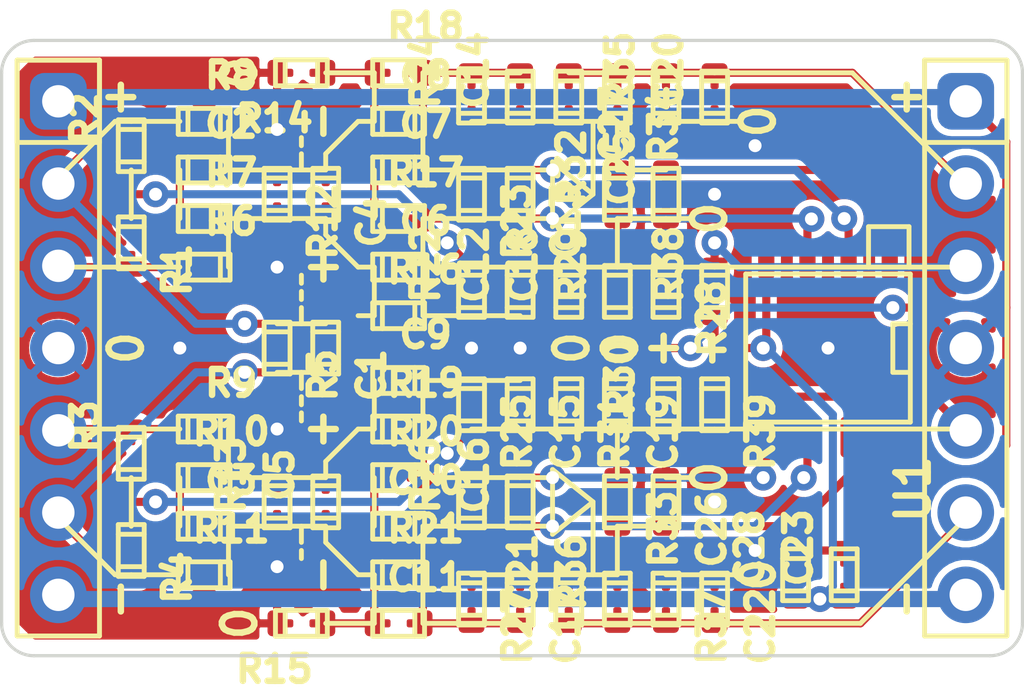
<source format=kicad_pcb>
(kicad_pcb (version 20171130) (host pcbnew "(5.1.4-0-10_14)")
  (layers (0 F.Cu signal) (31 B.Cu signal) (34 B.Paste user) (35 F.Paste user) (36 B.SilkS user) (37 F.SilkS user) (38 B.Mask user) (39 F.Mask user) (44 Edge.Cuts user))
  (net 0 "")
  (net 1 "Net-(C1-Pad2)")
  (net 2 "Net-(C1-Pad1)")
  (net 3 "Net-(C2-Pad2)")
  (net 4 "Net-(C2-Pad1)")
  (net 5 "Net-(C3-Pad2)")
  (net 6 "Net-(C11-Pad2)")
  (net 7 "Net-(C4-Pad1)")
  (net 8 "Net-(C5-Pad1)")
  (net 9 "Net-(C12-Pad2)")
  (net 10 "Net-(C7-Pad2)")
  (net 11 "Net-(C13-Pad2)")
  (net 12 "Net-(C15-Pad2)")
  (net 13 "Net-(C10-Pad2)")
  (net 14 "Net-(C10-Pad1)")
  (net 15 "Net-(C12-Pad1)")
  (net 16 "Net-(C14-Pad2)")
  (net 17 "Net-(C15-Pad1)")
  (net 18 "Net-(C17-Pad2)")
  (net 19 GND)
  (net 20 "Net-(C20-Pad1)")
  (net 21 "Net-(C21-Pad2)")
  (net 22 VSS)
  (net 23 VPP)
  (net 24 "Net-(J1-Pad5)")
  (net 25 "Net-(J1-Pad3)")
  (module stmbl:0603_jumper (layer F.Cu) (at 133.25 82.25 270)
    (fp_text reference C28 (at -0.834 1.416 90) (layer F.SilkS) (effects (font (size 0.8 0.8) (thickness 0.2))))
    (fp_text value C)
    (pad 2 smd roundrect (at 0.75 0 270) (size 0.5 0.25) (drill (offset -0.25 0)) (layers F.Cu F.Paste F.Mask) (net 22 VSS))
    (pad 1 smd roundrect (at -0.75 0 270) (size 0.5 0.25) (drill (offset 0.25 0)) (layers F.Cu F.Paste F.Mask) (net 23 VPP))
    (pad 2 smd roundrect (at 0.75 0 270) (size 0.59 0.8) (layers F.Cu F.Paste F.Mask) (net 22 VSS))
    (pad 1 smd roundrect (at -0.75 0 270) (size 0.59 0.8) (layers F.Cu F.Paste F.Mask) (net 23 VPP))
  )
  (module stmbl:0603_jumper (layer F.Cu) (at 130.75 77 90)
    (fp_text reference R39 (at -0.834 1.416 90) (layer F.SilkS) (effects (font (size 0.8 0.8) (thickness 0.2))))
    (fp_text value R)
    (pad 2 smd roundrect (at 0.75 0 90) (size 0.5 0.25) (drill (offset -0.25 0)) (layers F.Cu F.Paste F.Mask) (net 22 VSS))
    (pad 1 smd roundrect (at -0.75 0 90) (size 0.5 0.25) (drill (offset 0.25 0)) (layers F.Cu F.Paste F.Mask) (net 17 "Net-(C15-Pad1)"))
    (pad 2 smd roundrect (at 0.75 0 90) (size 0.59 0.8) (layers F.Cu F.Paste F.Mask) (net 22 VSS))
    (pad 1 smd roundrect (at -0.75 0 90) (size 0.59 0.8) (layers F.Cu F.Paste F.Mask) (net 17 "Net-(C15-Pad1)"))
  )
  (module stmbl:0603_jumper (layer F.Cu) (at 130.75 73.5 270)
    (fp_text reference R38 (at -0.834 1.416 90) (layer F.SilkS) (effects (font (size 0.8 0.8) (thickness 0.2))))
    (fp_text value R)
    (pad 2 smd roundrect (at 0.75 0 270) (size 0.5 0.25) (drill (offset -0.25 0)) (layers F.Cu F.Paste F.Mask) (net 22 VSS))
    (pad 1 smd roundrect (at -0.75 0 270) (size 0.5 0.25) (drill (offset 0.25 0)) (layers F.Cu F.Paste F.Mask) (net 15 "Net-(C12-Pad1)"))
    (pad 2 smd roundrect (at 0.75 0 270) (size 0.59 0.8) (layers F.Cu F.Paste F.Mask) (net 22 VSS))
    (pad 1 smd roundrect (at -0.75 0 270) (size 0.59 0.8) (layers F.Cu F.Paste F.Mask) (net 15 "Net-(C12-Pad1)"))
  )
  (module stmbl:Pin_Header_RM2.54_1x7_UP (layer F.Cu) (at 138.5 67.63)
    (fp_text reference J2 hide)
    (fp_text value CONN_01X07 hide)
    (pad 7 thru_hole circle (at 0 15.24) (size 1.3 1.3) (drill 1) (layers *.Cu *.Mask) (net 22 VSS))
    (pad 7 smd circle (at 0 15.24) (size 1.75 1.75) (layers B.Cu B.Mask) (net 22 VSS))
    (pad 6 thru_hole circle (at 0 12.7) (size 1.3 1.3) (drill 1) (layers *.Cu *.Mask) (net 21 "Net-(C21-Pad2)"))
    (pad 6 smd circle (at 0 12.7) (size 1.75 1.75) (layers B.Cu B.Mask) (net 21 "Net-(C21-Pad2)"))
    (pad 5 thru_hole circle (at 0 10.16) (size 1.3 1.3) (drill 1) (layers *.Cu *.Mask) (net 17 "Net-(C15-Pad1)"))
    (pad 5 smd circle (at 0 10.16) (size 1.75 1.75) (layers B.Cu B.Mask) (net 17 "Net-(C15-Pad1)"))
    (pad 4 thru_hole circle (at 0 7.62) (size 1.3 1.3) (drill 1) (layers *.Cu *.Mask) (net 19 GND))
    (pad 4 smd circle (at 0 7.62) (size 1.75 1.75) (layers B.Cu B.Mask) (net 19 GND))
    (pad 3 thru_hole circle (at 0 5.08) (size 1.3 1.3) (drill 1) (layers *.Cu *.Mask) (net 15 "Net-(C12-Pad1)"))
    (pad 3 smd circle (at 0 5.08) (size 1.75 1.75) (layers B.Cu B.Mask) (net 15 "Net-(C12-Pad1)"))
    (pad 2 thru_hole circle (at 0 2.54) (size 1.3 1.3) (drill 1) (layers *.Cu *.Mask) (net 20 "Net-(C20-Pad1)"))
    (pad 2 smd circle (at 0 2.54) (size 1.75 1.75) (layers B.Cu B.Mask) (net 20 "Net-(C20-Pad1)"))
    (pad 1 thru_hole circle (at 0 0) (size 1.3 1.3) (drill 1) (layers *.Cu *.Mask) (net 23 VPP))
    (pad 1 smd roundrect (at 0 0) (size 1.75 1.75) (layers B.Cu B.Mask) (net 23 VPP))
  )
  (module stmbl:0603_jumper (layer F.Cu) (at 126.25 67.5 90)
    (fp_text reference C27 (at -0.834 1.416 90) (layer F.SilkS) (effects (font (size 0.8 0.8) (thickness 0.2))))
    (fp_text value C)
    (pad 2 smd roundrect (at 0.75 0 90) (size 0.5 0.25) (drill (offset -0.25 0)) (layers F.Cu F.Paste F.Mask) (net 20 "Net-(C20-Pad1)"))
    (pad 1 smd roundrect (at -0.75 0 90) (size 0.5 0.25) (drill (offset 0.25 0)) (layers F.Cu F.Paste F.Mask) (net 16 "Net-(C14-Pad2)"))
    (pad 2 smd roundrect (at 0.75 0 90) (size 0.59 0.8) (layers F.Cu F.Paste F.Mask) (net 20 "Net-(C20-Pad1)"))
    (pad 1 smd roundrect (at -0.75 0 90) (size 0.59 0.8) (layers F.Cu F.Paste F.Mask) (net 16 "Net-(C14-Pad2)"))
  )
  (module stmbl:SOIC-8-N (layer F.Cu) (at 134.25 75.25 270)
    (fp_text reference U1 (at 4.362 -2.624 90) (layer F.SilkS) (effects (font (thickness 0.2))))
    (fp_text value LM358)
    (pad 1 smd roundrect (at -2.75 -1.905 180) (size 0.5 1.25) (layers F.Cu F.Paste F.Mask) (net 16 "Net-(C14-Pad2)"))
    (pad 2 smd roundrect (at -2.75 -0.635 180) (size 0.5 1.25) (layers F.Cu F.Paste F.Mask) (net 11 "Net-(C13-Pad2)"))
    (pad 3 smd roundrect (at -2.75 0.635 180) (size 0.5 1.25) (layers F.Cu F.Paste F.Mask) (net 9 "Net-(C12-Pad2)"))
    (pad 4 smd roundrect (at -2.75 1.905 180) (size 0.5 1.25) (layers F.Cu F.Paste F.Mask) (net 22 VSS))
    (pad 5 smd roundrect (at 2.75 1.905 180) (size 0.5 1.25) (layers F.Cu F.Paste F.Mask) (net 12 "Net-(C15-Pad2)"))
    (pad 6 smd roundrect (at 2.75 0.635 180) (size 0.5 1.25) (layers F.Cu F.Paste F.Mask) (net 14 "Net-(C10-Pad1)"))
    (pad 7 smd roundrect (at 2.75 -0.635 180) (size 0.5 1.25) (layers F.Cu F.Paste F.Mask) (net 18 "Net-(C17-Pad2)"))
    (pad 8 smd roundrect (at 2.75 -1.905 180) (size 0.5 1.25) (layers F.Cu F.Paste F.Mask) (net 23 VPP))
  )
  (module stmbl:0603_jumper (layer F.Cu) (at 129.25 83 90)
    (fp_text reference R37 (at -0.834 1.416 90) (layer F.SilkS) (effects (font (size 0.8 0.8) (thickness 0.2))))
    (fp_text value R)
    (pad 2 smd roundrect (at 0.75 0 90) (size 0.5 0.25) (drill (offset -0.25 0)) (layers F.Cu F.Paste F.Mask) (net 19 GND))
    (pad 1 smd roundrect (at -0.75 0 90) (size 0.5 0.25) (drill (offset 0.25 0)) (layers F.Cu F.Paste F.Mask) (net 21 "Net-(C21-Pad2)"))
    (pad 2 smd roundrect (at 0.75 0 90) (size 0.59 0.8) (layers F.Cu F.Paste F.Mask) (net 19 GND))
    (pad 1 smd roundrect (at -0.75 0 90) (size 0.59 0.8) (layers F.Cu F.Paste F.Mask) (net 21 "Net-(C21-Pad2)"))
  )
  (module stmbl:0603_jumper (layer F.Cu) (at 127.75 83 270)
    (fp_text reference R36 (at -0.834 1.416 90) (layer F.SilkS) (effects (font (size 0.8 0.8) (thickness 0.2))))
    (fp_text value R)
    (pad 2 smd roundrect (at 0.75 0 270) (size 0.5 0.25) (drill (offset -0.25 0)) (layers F.Cu F.Paste F.Mask) (net 21 "Net-(C21-Pad2)"))
    (pad 1 smd roundrect (at -0.75 0 270) (size 0.5 0.25) (drill (offset 0.25 0)) (layers F.Cu F.Paste F.Mask) (net 18 "Net-(C17-Pad2)"))
    (pad 2 smd roundrect (at 0.75 0 270) (size 0.59 0.8) (layers F.Cu F.Paste F.Mask) (net 21 "Net-(C21-Pad2)"))
    (pad 1 smd roundrect (at -0.75 0 270) (size 0.59 0.8) (layers F.Cu F.Paste F.Mask) (net 18 "Net-(C17-Pad2)"))
  )
  (module stmbl:0603_jumper (layer F.Cu) (at 129.25 67.5 270)
    (fp_text reference R35 (at -0.834 1.416 90) (layer F.SilkS) (effects (font (size 0.8 0.8) (thickness 0.2))))
    (fp_text value R)
    (pad 2 smd roundrect (at 0.75 0 270) (size 0.5 0.25) (drill (offset -0.25 0)) (layers F.Cu F.Paste F.Mask) (net 19 GND))
    (pad 1 smd roundrect (at -0.75 0 270) (size 0.5 0.25) (drill (offset 0.25 0)) (layers F.Cu F.Paste F.Mask) (net 20 "Net-(C20-Pad1)"))
    (pad 2 smd roundrect (at 0.75 0 270) (size 0.59 0.8) (layers F.Cu F.Paste F.Mask) (net 19 GND))
    (pad 1 smd roundrect (at -0.75 0 270) (size 0.59 0.8) (layers F.Cu F.Paste F.Mask) (net 20 "Net-(C20-Pad1)"))
  )
  (module stmbl:0603_jumper (layer F.Cu) (at 127.75 67.5 90)
    (fp_text reference R34 (at -0.834 1.416 90) (layer F.SilkS) (effects (font (size 0.8 0.8) (thickness 0.2))))
    (fp_text value R)
    (pad 2 smd roundrect (at 0.75 0 90) (size 0.5 0.25) (drill (offset -0.25 0)) (layers F.Cu F.Paste F.Mask) (net 20 "Net-(C20-Pad1)"))
    (pad 1 smd roundrect (at -0.75 0 90) (size 0.5 0.25) (drill (offset 0.25 0)) (layers F.Cu F.Paste F.Mask) (net 16 "Net-(C14-Pad2)"))
    (pad 2 smd roundrect (at 0.75 0 90) (size 0.59 0.8) (layers F.Cu F.Paste F.Mask) (net 20 "Net-(C20-Pad1)"))
    (pad 1 smd roundrect (at -0.75 0 90) (size 0.59 0.8) (layers F.Cu F.Paste F.Mask) (net 16 "Net-(C14-Pad2)"))
  )
  (module stmbl:0603_jumper (layer F.Cu) (at 127.75 80 90)
    (fp_text reference R33 (at -0.834 1.416 90) (layer F.SilkS) (effects (font (size 0.8 0.8) (thickness 0.2))))
    (fp_text value R)
    (pad 2 smd roundrect (at 0.75 0 90) (size 0.5 0.25) (drill (offset -0.25 0)) (layers F.Cu F.Paste F.Mask) (net 17 "Net-(C15-Pad1)"))
    (pad 1 smd roundrect (at -0.75 0 90) (size 0.5 0.25) (drill (offset 0.25 0)) (layers F.Cu F.Paste F.Mask) (net 18 "Net-(C17-Pad2)"))
    (pad 2 smd roundrect (at 0.75 0 90) (size 0.59 0.8) (layers F.Cu F.Paste F.Mask) (net 17 "Net-(C15-Pad1)"))
    (pad 1 smd roundrect (at -0.75 0 90) (size 0.59 0.8) (layers F.Cu F.Paste F.Mask) (net 18 "Net-(C17-Pad2)"))
  )
  (module stmbl:0603_jumper (layer F.Cu) (at 127.75 70.5 270)
    (fp_text reference R32 (at -0.834 1.416 90) (layer F.SilkS) (effects (font (size 0.8 0.8) (thickness 0.2))))
    (fp_text value R)
    (pad 2 smd roundrect (at 0.75 0 270) (size 0.5 0.25) (drill (offset -0.25 0)) (layers F.Cu F.Paste F.Mask) (net 15 "Net-(C12-Pad1)"))
    (pad 1 smd roundrect (at -0.75 0 270) (size 0.5 0.25) (drill (offset 0.25 0)) (layers F.Cu F.Paste F.Mask) (net 16 "Net-(C14-Pad2)"))
    (pad 2 smd roundrect (at 0.75 0 270) (size 0.59 0.8) (layers F.Cu F.Paste F.Mask) (net 15 "Net-(C12-Pad1)"))
    (pad 1 smd roundrect (at -0.75 0 270) (size 0.59 0.8) (layers F.Cu F.Paste F.Mask) (net 16 "Net-(C14-Pad2)"))
  )
  (module stmbl:0603_jumper (layer F.Cu) (at 126.25 77 90)
    (fp_text reference R31 (at -0.834 1.416 90) (layer F.SilkS) (effects (font (size 0.8 0.8) (thickness 0.2))))
    (fp_text value R)
    (pad 2 smd roundrect (at 0.75 0 90) (size 0.5 0.25) (drill (offset -0.25 0)) (layers F.Cu F.Paste F.Mask) (net 19 GND))
    (pad 1 smd roundrect (at -0.75 0 90) (size 0.5 0.25) (drill (offset 0.25 0)) (layers F.Cu F.Paste F.Mask) (net 17 "Net-(C15-Pad1)"))
    (pad 2 smd roundrect (at 0.75 0 90) (size 0.59 0.8) (layers F.Cu F.Paste F.Mask) (net 19 GND))
    (pad 1 smd roundrect (at -0.75 0 90) (size 0.59 0.8) (layers F.Cu F.Paste F.Mask) (net 17 "Net-(C15-Pad1)"))
  )
  (module stmbl:0603_jumper (layer F.Cu) (at 129.25 77 270)
    (fp_text reference R30 (at -0.834 1.416 90) (layer F.SilkS) (effects (font (size 0.8 0.8) (thickness 0.2))))
    (fp_text value R)
    (pad 2 smd roundrect (at 0.75 0 270) (size 0.5 0.25) (drill (offset -0.25 0)) (layers F.Cu F.Paste F.Mask) (net 17 "Net-(C15-Pad1)"))
    (pad 1 smd roundrect (at -0.75 0 270) (size 0.5 0.25) (drill (offset 0.25 0)) (layers F.Cu F.Paste F.Mask) (net 23 VPP))
    (pad 2 smd roundrect (at 0.75 0 270) (size 0.59 0.8) (layers F.Cu F.Paste F.Mask) (net 17 "Net-(C15-Pad1)"))
    (pad 1 smd roundrect (at -0.75 0 270) (size 0.59 0.8) (layers F.Cu F.Paste F.Mask) (net 23 VPP))
  )
  (module stmbl:0603_jumper (layer F.Cu) (at 127.75 73.5 270)
    (fp_text reference R29 (at -0.834 1.416 90) (layer F.SilkS) (effects (font (size 0.8 0.8) (thickness 0.2))))
    (fp_text value R)
    (pad 2 smd roundrect (at 0.75 0 270) (size 0.5 0.25) (drill (offset -0.25 0)) (layers F.Cu F.Paste F.Mask) (net 19 GND))
    (pad 1 smd roundrect (at -0.75 0 270) (size 0.5 0.25) (drill (offset 0.25 0)) (layers F.Cu F.Paste F.Mask) (net 15 "Net-(C12-Pad1)"))
    (pad 2 smd roundrect (at 0.75 0 270) (size 0.59 0.8) (layers F.Cu F.Paste F.Mask) (net 19 GND))
    (pad 1 smd roundrect (at -0.75 0 270) (size 0.59 0.8) (layers F.Cu F.Paste F.Mask) (net 15 "Net-(C12-Pad1)"))
  )
  (module stmbl:0603_jumper (layer F.Cu) (at 129.25 73.5 90)
    (fp_text reference R28 (at -0.834 1.416 90) (layer F.SilkS) (effects (font (size 0.8 0.8) (thickness 0.2))))
    (fp_text value R)
    (pad 2 smd roundrect (at 0.75 0 90) (size 0.5 0.25) (drill (offset -0.25 0)) (layers F.Cu F.Paste F.Mask) (net 15 "Net-(C12-Pad1)"))
    (pad 1 smd roundrect (at -0.75 0 90) (size 0.5 0.25) (drill (offset 0.25 0)) (layers F.Cu F.Paste F.Mask) (net 23 VPP))
    (pad 2 smd roundrect (at 0.75 0 90) (size 0.59 0.8) (layers F.Cu F.Paste F.Mask) (net 15 "Net-(C12-Pad1)"))
    (pad 1 smd roundrect (at -0.75 0 90) (size 0.59 0.8) (layers F.Cu F.Paste F.Mask) (net 23 VPP))
  )
  (module stmbl:0603_jumper (layer F.Cu) (at 123.25 83 90)
    (fp_text reference R27 (at -0.834 1.416 90) (layer F.SilkS) (effects (font (size 0.8 0.8) (thickness 0.2))))
    (fp_text value R)
    (pad 2 smd roundrect (at 0.75 0 90) (size 0.5 0.25) (drill (offset -0.25 0)) (layers F.Cu F.Paste F.Mask) (net 18 "Net-(C17-Pad2)"))
    (pad 1 smd roundrect (at -0.75 0 90) (size 0.5 0.25) (drill (offset 0.25 0)) (layers F.Cu F.Paste F.Mask) (net 14 "Net-(C10-Pad1)"))
    (pad 2 smd roundrect (at 0.75 0 90) (size 0.59 0.8) (layers F.Cu F.Paste F.Mask) (net 18 "Net-(C17-Pad2)"))
    (pad 1 smd roundrect (at -0.75 0 90) (size 0.59 0.8) (layers F.Cu F.Paste F.Mask) (net 14 "Net-(C10-Pad1)"))
  )
  (module stmbl:0603_jumper (layer F.Cu) (at 123.25 80 270)
    (fp_text reference R26 (at -0.834 1.416 90) (layer F.SilkS) (effects (font (size 0.8 0.8) (thickness 0.2))))
    (fp_text value R)
    (pad 2 smd roundrect (at 0.75 0 270) (size 0.5 0.25) (drill (offset -0.25 0)) (layers F.Cu F.Paste F.Mask) (net 14 "Net-(C10-Pad1)"))
    (pad 1 smd roundrect (at -0.75 0 270) (size 0.5 0.25) (drill (offset 0.25 0)) (layers F.Cu F.Paste F.Mask) (net 12 "Net-(C15-Pad2)"))
    (pad 2 smd roundrect (at 0.75 0 270) (size 0.59 0.8) (layers F.Cu F.Paste F.Mask) (net 14 "Net-(C10-Pad1)"))
    (pad 1 smd roundrect (at -0.75 0 270) (size 0.59 0.8) (layers F.Cu F.Paste F.Mask) (net 12 "Net-(C15-Pad2)"))
  )
  (module stmbl:0603_jumper (layer F.Cu) (at 123.25 77 90)
    (fp_text reference R25 (at -0.834 1.416 90) (layer F.SilkS) (effects (font (size 0.8 0.8) (thickness 0.2))))
    (fp_text value R)
    (pad 2 smd roundrect (at 0.75 0 90) (size 0.5 0.25) (drill (offset -0.25 0)) (layers F.Cu F.Paste F.Mask) (net 12 "Net-(C15-Pad2)"))
    (pad 1 smd roundrect (at -0.75 0 90) (size 0.5 0.25) (drill (offset 0.25 0)) (layers F.Cu F.Paste F.Mask) (net 17 "Net-(C15-Pad1)"))
    (pad 2 smd roundrect (at 0.75 0 90) (size 0.59 0.8) (layers F.Cu F.Paste F.Mask) (net 12 "Net-(C15-Pad2)"))
    (pad 1 smd roundrect (at -0.75 0 90) (size 0.59 0.8) (layers F.Cu F.Paste F.Mask) (net 17 "Net-(C15-Pad1)"))
  )
  (module stmbl:0603_jumper (layer F.Cu) (at 123.25 67.5 270)
    (fp_text reference R24 (at -0.834 1.416 90) (layer F.SilkS) (effects (font (size 0.8 0.8) (thickness 0.2))))
    (fp_text value R)
    (pad 2 smd roundrect (at 0.75 0 270) (size 0.5 0.25) (drill (offset -0.25 0)) (layers F.Cu F.Paste F.Mask) (net 16 "Net-(C14-Pad2)"))
    (pad 1 smd roundrect (at -0.75 0 270) (size 0.5 0.25) (drill (offset 0.25 0)) (layers F.Cu F.Paste F.Mask) (net 11 "Net-(C13-Pad2)"))
    (pad 2 smd roundrect (at 0.75 0 270) (size 0.59 0.8) (layers F.Cu F.Paste F.Mask) (net 16 "Net-(C14-Pad2)"))
    (pad 1 smd roundrect (at -0.75 0 270) (size 0.59 0.8) (layers F.Cu F.Paste F.Mask) (net 11 "Net-(C13-Pad2)"))
  )
  (module stmbl:0603_jumper (layer F.Cu) (at 123.25 70.5 90)
    (fp_text reference R23 (at -0.834 1.416 90) (layer F.SilkS) (effects (font (size 0.8 0.8) (thickness 0.2))))
    (fp_text value R)
    (pad 2 smd roundrect (at 0.75 0 90) (size 0.5 0.25) (drill (offset -0.25 0)) (layers F.Cu F.Paste F.Mask) (net 11 "Net-(C13-Pad2)"))
    (pad 1 smd roundrect (at -0.75 0 90) (size 0.5 0.25) (drill (offset 0.25 0)) (layers F.Cu F.Paste F.Mask) (net 9 "Net-(C12-Pad2)"))
    (pad 2 smd roundrect (at 0.75 0 90) (size 0.59 0.8) (layers F.Cu F.Paste F.Mask) (net 11 "Net-(C13-Pad2)"))
    (pad 1 smd roundrect (at -0.75 0 90) (size 0.59 0.8) (layers F.Cu F.Paste F.Mask) (net 9 "Net-(C12-Pad2)"))
  )
  (module stmbl:0603_jumper (layer F.Cu) (at 123.25 73.5 270)
    (fp_text reference R22 (at -0.834 1.416 90) (layer F.SilkS) (effects (font (size 0.8 0.8) (thickness 0.2))))
    (fp_text value R)
    (pad 2 smd roundrect (at 0.75 0 270) (size 0.5 0.25) (drill (offset -0.25 0)) (layers F.Cu F.Paste F.Mask) (net 9 "Net-(C12-Pad2)"))
    (pad 1 smd roundrect (at -0.75 0 270) (size 0.5 0.25) (drill (offset 0.25 0)) (layers F.Cu F.Paste F.Mask) (net 15 "Net-(C12-Pad1)"))
    (pad 2 smd roundrect (at 0.75 0 270) (size 0.59 0.8) (layers F.Cu F.Paste F.Mask) (net 9 "Net-(C12-Pad2)"))
    (pad 1 smd roundrect (at -0.75 0 270) (size 0.59 0.8) (layers F.Cu F.Paste F.Mask) (net 15 "Net-(C12-Pad1)"))
  )
  (module stmbl:0603_jumper (layer F.Cu) (at 121 82.25 180)
    (fp_text reference R21 (at -0.834 1.416) (layer F.SilkS) (effects (font (size 0.8 0.8) (thickness 0.2))))
    (fp_text value R)
    (pad 2 smd roundrect (at 0.75 0 180) (size 0.5 0.25) (drill (offset -0.25 0)) (layers F.Cu F.Paste F.Mask) (net 6 "Net-(C11-Pad2)"))
    (pad 1 smd roundrect (at -0.75 0 180) (size 0.5 0.25) (drill (offset 0.25 0)) (layers F.Cu F.Paste F.Mask) (net 14 "Net-(C10-Pad1)"))
    (pad 2 smd roundrect (at 0.75 0 180) (size 0.59 0.8) (layers F.Cu F.Paste F.Mask) (net 6 "Net-(C11-Pad2)"))
    (pad 1 smd roundrect (at -0.75 0 180) (size 0.59 0.8) (layers F.Cu F.Paste F.Mask) (net 14 "Net-(C10-Pad1)"))
  )
  (module stmbl:0603_jumper (layer F.Cu) (at 121 79.25 180)
    (fp_text reference R20 (at -0.834 1.416) (layer F.SilkS) (effects (font (size 0.8 0.8) (thickness 0.2))))
    (fp_text value R)
    (pad 2 smd roundrect (at 0.75 0 180) (size 0.5 0.25) (drill (offset -0.25 0)) (layers F.Cu F.Paste F.Mask) (net 13 "Net-(C10-Pad2)"))
    (pad 1 smd roundrect (at -0.75 0 180) (size 0.5 0.25) (drill (offset 0.25 0)) (layers F.Cu F.Paste F.Mask) (net 12 "Net-(C15-Pad2)"))
    (pad 2 smd roundrect (at 0.75 0 180) (size 0.59 0.8) (layers F.Cu F.Paste F.Mask) (net 13 "Net-(C10-Pad2)"))
    (pad 1 smd roundrect (at -0.75 0 180) (size 0.59 0.8) (layers F.Cu F.Paste F.Mask) (net 12 "Net-(C15-Pad2)"))
  )
  (module stmbl:0603_jumper (layer F.Cu) (at 121 77.75 180)
    (fp_text reference R19 (at -0.834 1.416) (layer F.SilkS) (effects (font (size 0.8 0.8) (thickness 0.2))))
    (fp_text value R)
    (pad 2 smd roundrect (at 0.75 0 180) (size 0.5 0.25) (drill (offset -0.25 0)) (layers F.Cu F.Paste F.Mask) (net 8 "Net-(C5-Pad1)"))
    (pad 1 smd roundrect (at -0.75 0 180) (size 0.5 0.25) (drill (offset 0.25 0)) (layers F.Cu F.Paste F.Mask) (net 12 "Net-(C15-Pad2)"))
    (pad 2 smd roundrect (at 0.75 0 180) (size 0.59 0.8) (layers F.Cu F.Paste F.Mask) (net 8 "Net-(C5-Pad1)"))
    (pad 1 smd roundrect (at -0.75 0 180) (size 0.59 0.8) (layers F.Cu F.Paste F.Mask) (net 12 "Net-(C15-Pad2)"))
  )
  (module stmbl:0603_jumper (layer F.Cu) (at 121 66.75 180)
    (fp_text reference R18 (at -0.834 1.416) (layer F.SilkS) (effects (font (size 0.8 0.8) (thickness 0.2))))
    (fp_text value R)
    (pad 2 smd roundrect (at 0.75 0 180) (size 0.5 0.25) (drill (offset -0.25 0)) (layers F.Cu F.Paste F.Mask) (net 4 "Net-(C2-Pad1)"))
    (pad 1 smd roundrect (at -0.75 0 180) (size 0.5 0.25) (drill (offset 0.25 0)) (layers F.Cu F.Paste F.Mask) (net 11 "Net-(C13-Pad2)"))
    (pad 2 smd roundrect (at 0.75 0 180) (size 0.59 0.8) (layers F.Cu F.Paste F.Mask) (net 4 "Net-(C2-Pad1)"))
    (pad 1 smd roundrect (at -0.75 0 180) (size 0.59 0.8) (layers F.Cu F.Paste F.Mask) (net 11 "Net-(C13-Pad2)"))
  )
  (module stmbl:0603_jumper (layer F.Cu) (at 121 71.25 180)
    (fp_text reference R17 (at -0.834 1.416) (layer F.SilkS) (effects (font (size 0.8 0.8) (thickness 0.2))))
    (fp_text value R)
    (pad 2 smd roundrect (at 0.75 0 180) (size 0.5 0.25) (drill (offset -0.25 0)) (layers F.Cu F.Paste F.Mask) (net 10 "Net-(C7-Pad2)"))
    (pad 1 smd roundrect (at -0.75 0 180) (size 0.5 0.25) (drill (offset 0.25 0)) (layers F.Cu F.Paste F.Mask) (net 9 "Net-(C12-Pad2)"))
    (pad 2 smd roundrect (at 0.75 0 180) (size 0.59 0.8) (layers F.Cu F.Paste F.Mask) (net 10 "Net-(C7-Pad2)"))
    (pad 1 smd roundrect (at -0.75 0 180) (size 0.59 0.8) (layers F.Cu F.Paste F.Mask) (net 9 "Net-(C12-Pad2)"))
  )
  (module stmbl:0603_jumper (layer F.Cu) (at 121 74.25 180)
    (fp_text reference R16 (at -0.834 1.416) (layer F.SilkS) (effects (font (size 0.8 0.8) (thickness 0.2))))
    (fp_text value R)
    (pad 2 smd roundrect (at 0.75 0 180) (size 0.5 0.25) (drill (offset -0.25 0)) (layers F.Cu F.Paste F.Mask) (net 7 "Net-(C4-Pad1)"))
    (pad 1 smd roundrect (at -0.75 0 180) (size 0.5 0.25) (drill (offset 0.25 0)) (layers F.Cu F.Paste F.Mask) (net 9 "Net-(C12-Pad2)"))
    (pad 2 smd roundrect (at 0.75 0 180) (size 0.59 0.8) (layers F.Cu F.Paste F.Mask) (net 7 "Net-(C4-Pad1)"))
    (pad 1 smd roundrect (at -0.75 0 180) (size 0.59 0.8) (layers F.Cu F.Paste F.Mask) (net 9 "Net-(C12-Pad2)"))
  )
  (module stmbl:0603_jumper (layer F.Cu) (at 118 83.75)
    (fp_text reference R15 (at -0.834 1.416) (layer F.SilkS) (effects (font (size 0.8 0.8) (thickness 0.2))))
    (fp_text value R)
    (pad 2 smd roundrect (at 0.75 0) (size 0.5 0.25) (drill (offset -0.25 0)) (layers F.Cu F.Paste F.Mask) (net 6 "Net-(C11-Pad2)"))
    (pad 1 smd roundrect (at -0.75 0) (size 0.5 0.25) (drill (offset 0.25 0)) (layers F.Cu F.Paste F.Mask) (net 19 GND))
    (pad 2 smd roundrect (at 0.75 0) (size 0.59 0.8) (layers F.Cu F.Paste F.Mask) (net 6 "Net-(C11-Pad2)"))
    (pad 1 smd roundrect (at -0.75 0) (size 0.59 0.8) (layers F.Cu F.Paste F.Mask) (net 19 GND))
  )
  (module stmbl:0603_jumper (layer F.Cu) (at 118 66.75)
    (fp_text reference R14 (at -0.834 1.416) (layer F.SilkS) (effects (font (size 0.8 0.8) (thickness 0.2))))
    (fp_text value R)
    (pad 2 smd roundrect (at 0.75 0) (size 0.5 0.25) (drill (offset -0.25 0)) (layers F.Cu F.Paste F.Mask) (net 4 "Net-(C2-Pad1)"))
    (pad 1 smd roundrect (at -0.75 0) (size 0.5 0.25) (drill (offset 0.25 0)) (layers F.Cu F.Paste F.Mask) (net 19 GND))
    (pad 2 smd roundrect (at 0.75 0) (size 0.59 0.8) (layers F.Cu F.Paste F.Mask) (net 4 "Net-(C2-Pad1)"))
    (pad 1 smd roundrect (at -0.75 0) (size 0.59 0.8) (layers F.Cu F.Paste F.Mask) (net 19 GND))
  )
  (module stmbl:0603_jumper (layer F.Cu) (at 117.25 80 270)
    (fp_text reference R13 (at -0.834 1.416 90) (layer F.SilkS) (effects (font (size 0.8 0.8) (thickness 0.2))))
    (fp_text value R)
    (pad 2 smd roundrect (at 0.75 0 270) (size 0.5 0.25) (drill (offset -0.25 0)) (layers F.Cu F.Paste F.Mask) (net 6 "Net-(C11-Pad2)"))
    (pad 1 smd roundrect (at -0.75 0 270) (size 0.5 0.25) (drill (offset 0.25 0)) (layers F.Cu F.Paste F.Mask) (net 8 "Net-(C5-Pad1)"))
    (pad 2 smd roundrect (at 0.75 0 270) (size 0.59 0.8) (layers F.Cu F.Paste F.Mask) (net 6 "Net-(C11-Pad2)"))
    (pad 1 smd roundrect (at -0.75 0 270) (size 0.59 0.8) (layers F.Cu F.Paste F.Mask) (net 8 "Net-(C5-Pad1)"))
  )
  (module stmbl:0603_jumper (layer F.Cu) (at 117.25 70.5 90)
    (fp_text reference R12 (at -0.834 1.416 90) (layer F.SilkS) (effects (font (size 0.8 0.8) (thickness 0.2))))
    (fp_text value R)
    (pad 2 smd roundrect (at 0.75 0 90) (size 0.5 0.25) (drill (offset -0.25 0)) (layers F.Cu F.Paste F.Mask) (net 4 "Net-(C2-Pad1)"))
    (pad 1 smd roundrect (at -0.75 0 90) (size 0.5 0.25) (drill (offset 0.25 0)) (layers F.Cu F.Paste F.Mask) (net 7 "Net-(C4-Pad1)"))
    (pad 2 smd roundrect (at 0.75 0 90) (size 0.59 0.8) (layers F.Cu F.Paste F.Mask) (net 4 "Net-(C2-Pad1)"))
    (pad 1 smd roundrect (at -0.75 0 90) (size 0.59 0.8) (layers F.Cu F.Paste F.Mask) (net 7 "Net-(C4-Pad1)"))
  )
  (module stmbl:0603_jumper (layer F.Cu) (at 115 82.25 180)
    (fp_text reference R11 (at -0.834 1.416) (layer F.SilkS) (effects (font (size 0.8 0.8) (thickness 0.2))))
    (fp_text value R)
    (pad 2 smd roundrect (at 0.75 0 180) (size 0.5 0.25) (drill (offset -0.25 0)) (layers F.Cu F.Paste F.Mask) (net 2 "Net-(C1-Pad1)"))
    (pad 1 smd roundrect (at -0.75 0 180) (size 0.5 0.25) (drill (offset 0.25 0)) (layers F.Cu F.Paste F.Mask) (net 6 "Net-(C11-Pad2)"))
    (pad 2 smd roundrect (at 0.75 0 180) (size 0.59 0.8) (layers F.Cu F.Paste F.Mask) (net 2 "Net-(C1-Pad1)"))
    (pad 1 smd roundrect (at -0.75 0 180) (size 0.59 0.8) (layers F.Cu F.Paste F.Mask) (net 6 "Net-(C11-Pad2)"))
  )
  (module stmbl:0603_jumper (layer F.Cu) (at 115 79.25 180)
    (fp_text reference R10 (at -0.834 1.416) (layer F.SilkS) (effects (font (size 0.8 0.8) (thickness 0.2))))
    (fp_text value R)
    (pad 2 smd roundrect (at 0.75 0 180) (size 0.5 0.25) (drill (offset -0.25 0)) (layers F.Cu F.Paste F.Mask) (net 5 "Net-(C3-Pad2)"))
    (pad 1 smd roundrect (at -0.75 0 180) (size 0.5 0.25) (drill (offset 0.25 0)) (layers F.Cu F.Paste F.Mask) (net 8 "Net-(C5-Pad1)"))
    (pad 2 smd roundrect (at 0.75 0 180) (size 0.59 0.8) (layers F.Cu F.Paste F.Mask) (net 5 "Net-(C3-Pad2)"))
    (pad 1 smd roundrect (at -0.75 0 180) (size 0.59 0.8) (layers F.Cu F.Paste F.Mask) (net 8 "Net-(C5-Pad1)"))
  )
  (module stmbl:0603_jumper (layer F.Cu) (at 115 77.75 180)
    (fp_text reference R9 (at -0.834 1.416) (layer F.SilkS) (effects (font (size 0.8 0.8) (thickness 0.2))))
    (fp_text value R)
    (pad 2 smd roundrect (at 0.75 0 180) (size 0.5 0.25) (drill (offset -0.25 0)) (layers F.Cu F.Paste F.Mask) (net 24 "Net-(J1-Pad5)"))
    (pad 1 smd roundrect (at -0.75 0 180) (size 0.5 0.25) (drill (offset 0.25 0)) (layers F.Cu F.Paste F.Mask) (net 8 "Net-(C5-Pad1)"))
    (pad 2 smd roundrect (at 0.75 0 180) (size 0.59 0.8) (layers F.Cu F.Paste F.Mask) (net 24 "Net-(J1-Pad5)"))
    (pad 1 smd roundrect (at -0.75 0 180) (size 0.59 0.8) (layers F.Cu F.Paste F.Mask) (net 8 "Net-(C5-Pad1)"))
  )
  (module stmbl:0603_jumper (layer F.Cu) (at 115 68.25 180)
    (fp_text reference R8 (at -0.834 1.416) (layer F.SilkS) (effects (font (size 0.8 0.8) (thickness 0.2))))
    (fp_text value R)
    (pad 2 smd roundrect (at 0.75 0 180) (size 0.5 0.25) (drill (offset -0.25 0)) (layers F.Cu F.Paste F.Mask) (net 1 "Net-(C1-Pad2)"))
    (pad 1 smd roundrect (at -0.75 0 180) (size 0.5 0.25) (drill (offset 0.25 0)) (layers F.Cu F.Paste F.Mask) (net 4 "Net-(C2-Pad1)"))
    (pad 2 smd roundrect (at 0.75 0 180) (size 0.59 0.8) (layers F.Cu F.Paste F.Mask) (net 1 "Net-(C1-Pad2)"))
    (pad 1 smd roundrect (at -0.75 0 180) (size 0.59 0.8) (layers F.Cu F.Paste F.Mask) (net 4 "Net-(C2-Pad1)"))
  )
  (module stmbl:0603_jumper (layer F.Cu) (at 115 71.25 180)
    (fp_text reference R7 (at -0.834 1.416) (layer F.SilkS) (effects (font (size 0.8 0.8) (thickness 0.2))))
    (fp_text value R)
    (pad 2 smd roundrect (at 0.75 0 180) (size 0.5 0.25) (drill (offset -0.25 0)) (layers F.Cu F.Paste F.Mask) (net 3 "Net-(C2-Pad2)"))
    (pad 1 smd roundrect (at -0.75 0 180) (size 0.5 0.25) (drill (offset 0.25 0)) (layers F.Cu F.Paste F.Mask) (net 7 "Net-(C4-Pad1)"))
    (pad 2 smd roundrect (at 0.75 0 180) (size 0.59 0.8) (layers F.Cu F.Paste F.Mask) (net 3 "Net-(C2-Pad2)"))
    (pad 1 smd roundrect (at -0.75 0 180) (size 0.59 0.8) (layers F.Cu F.Paste F.Mask) (net 7 "Net-(C4-Pad1)"))
  )
  (module stmbl:0603_jumper (layer F.Cu) (at 115 72.75 180)
    (fp_text reference R6 (at -0.834 1.416) (layer F.SilkS) (effects (font (size 0.8 0.8) (thickness 0.2))))
    (fp_text value R)
    (pad 2 smd roundrect (at 0.75 0 180) (size 0.5 0.25) (drill (offset -0.25 0)) (layers F.Cu F.Paste F.Mask) (net 25 "Net-(J1-Pad3)"))
    (pad 1 smd roundrect (at -0.75 0 180) (size 0.5 0.25) (drill (offset 0.25 0)) (layers F.Cu F.Paste F.Mask) (net 7 "Net-(C4-Pad1)"))
    (pad 2 smd roundrect (at 0.75 0 180) (size 0.59 0.8) (layers F.Cu F.Paste F.Mask) (net 25 "Net-(J1-Pad3)"))
    (pad 1 smd roundrect (at -0.75 0 180) (size 0.59 0.8) (layers F.Cu F.Paste F.Mask) (net 7 "Net-(C4-Pad1)"))
  )
  (module stmbl:0603_jumper (layer F.Cu) (at 117.25 75.25 90)
    (fp_text reference R5 (at -0.834 1.416 90) (layer F.SilkS) (effects (font (size 0.8 0.8) (thickness 0.2))))
    (fp_text value R)
    (pad 2 smd roundrect (at 0.75 0 90) (size 0.5 0.25) (drill (offset -0.25 0)) (layers F.Cu F.Paste F.Mask) (net 1 "Net-(C1-Pad2)"))
    (pad 1 smd roundrect (at -0.75 0 90) (size 0.5 0.25) (drill (offset 0.25 0)) (layers F.Cu F.Paste F.Mask) (net 2 "Net-(C1-Pad1)"))
    (pad 2 smd roundrect (at 0.75 0 90) (size 0.59 0.8) (layers F.Cu F.Paste F.Mask) (net 1 "Net-(C1-Pad2)"))
    (pad 1 smd roundrect (at -0.75 0 90) (size 0.59 0.8) (layers F.Cu F.Paste F.Mask) (net 2 "Net-(C1-Pad1)"))
  )
  (module stmbl:0603_jumper (layer F.Cu) (at 112.75 81.5 90)
    (fp_text reference R4 (at -0.834 1.416 90) (layer F.SilkS) (effects (font (size 0.8 0.8) (thickness 0.2))))
    (fp_text value R)
    (pad 2 smd roundrect (at 0.75 0 90) (size 0.5 0.25) (drill (offset -0.25 0)) (layers F.Cu F.Paste F.Mask) (net 17 "Net-(C15-Pad1)"))
    (pad 1 smd roundrect (at -0.75 0 90) (size 0.5 0.25) (drill (offset 0.25 0)) (layers F.Cu F.Paste F.Mask) (net 2 "Net-(C1-Pad1)"))
    (pad 2 smd roundrect (at 0.75 0 90) (size 0.59 0.8) (layers F.Cu F.Paste F.Mask) (net 17 "Net-(C15-Pad1)"))
    (pad 1 smd roundrect (at -0.75 0 90) (size 0.59 0.8) (layers F.Cu F.Paste F.Mask) (net 2 "Net-(C1-Pad1)"))
  )
  (module stmbl:0603_jumper (layer F.Cu) (at 112.75 78.5 270)
    (fp_text reference R3 (at -0.834 1.416 90) (layer F.SilkS) (effects (font (size 0.8 0.8) (thickness 0.2))))
    (fp_text value R)
    (pad 2 smd roundrect (at 0.75 0 270) (size 0.5 0.25) (drill (offset -0.25 0)) (layers F.Cu F.Paste F.Mask) (net 17 "Net-(C15-Pad1)"))
    (pad 1 smd roundrect (at -0.75 0 270) (size 0.5 0.25) (drill (offset 0.25 0)) (layers F.Cu F.Paste F.Mask) (net 24 "Net-(J1-Pad5)"))
    (pad 2 smd roundrect (at 0.75 0 270) (size 0.59 0.8) (layers F.Cu F.Paste F.Mask) (net 17 "Net-(C15-Pad1)"))
    (pad 1 smd roundrect (at -0.75 0 270) (size 0.59 0.8) (layers F.Cu F.Paste F.Mask) (net 24 "Net-(J1-Pad5)"))
  )
  (module stmbl:0603_jumper (layer F.Cu) (at 112.75 69 270)
    (fp_text reference R2 (at -0.834 1.416 90) (layer F.SilkS) (effects (font (size 0.8 0.8) (thickness 0.2))))
    (fp_text value R)
    (pad 2 smd roundrect (at 0.75 0 270) (size 0.5 0.25) (drill (offset -0.25 0)) (layers F.Cu F.Paste F.Mask) (net 15 "Net-(C12-Pad1)"))
    (pad 1 smd roundrect (at -0.75 0 270) (size 0.5 0.25) (drill (offset 0.25 0)) (layers F.Cu F.Paste F.Mask) (net 1 "Net-(C1-Pad2)"))
    (pad 2 smd roundrect (at 0.75 0 270) (size 0.59 0.8) (layers F.Cu F.Paste F.Mask) (net 15 "Net-(C12-Pad1)"))
    (pad 1 smd roundrect (at -0.75 0 270) (size 0.59 0.8) (layers F.Cu F.Paste F.Mask) (net 1 "Net-(C1-Pad2)"))
  )
  (module stmbl:0603_jumper (layer F.Cu) (at 112.75 72 90)
    (fp_text reference R1 (at -0.834 1.416 90) (layer F.SilkS) (effects (font (size 0.8 0.8) (thickness 0.2))))
    (fp_text value R)
    (pad 2 smd roundrect (at 0.75 0 90) (size 0.5 0.25) (drill (offset -0.25 0)) (layers F.Cu F.Paste F.Mask) (net 15 "Net-(C12-Pad1)"))
    (pad 1 smd roundrect (at -0.75 0 90) (size 0.5 0.25) (drill (offset 0.25 0)) (layers F.Cu F.Paste F.Mask) (net 25 "Net-(J1-Pad3)"))
    (pad 2 smd roundrect (at 0.75 0 90) (size 0.59 0.8) (layers F.Cu F.Paste F.Mask) (net 15 "Net-(C12-Pad1)"))
    (pad 1 smd roundrect (at -0.75 0 90) (size 0.59 0.8) (layers F.Cu F.Paste F.Mask) (net 25 "Net-(J1-Pad3)"))
  )
  (module stmbl:Pin_Header_RM2.54_1x7_UP (layer F.Cu) (at 110.5 67.63)
    (fp_text reference J1 hide)
    (fp_text value CONN_01X07 hide)
    (pad 7 thru_hole circle (at 0 15.24) (size 1.3 1.3) (drill 1) (layers *.Cu *.Mask) (net 22 VSS))
    (pad 7 smd circle (at 0 15.24) (size 1.75 1.75) (layers B.Cu B.Mask) (net 22 VSS))
    (pad 6 thru_hole circle (at 0 12.7) (size 1.3 1.3) (drill 1) (layers *.Cu *.Mask) (net 2 "Net-(C1-Pad1)"))
    (pad 6 smd circle (at 0 12.7) (size 1.75 1.75) (layers B.Cu B.Mask) (net 2 "Net-(C1-Pad1)"))
    (pad 5 thru_hole circle (at 0 10.16) (size 1.3 1.3) (drill 1) (layers *.Cu *.Mask) (net 24 "Net-(J1-Pad5)"))
    (pad 5 smd circle (at 0 10.16) (size 1.75 1.75) (layers B.Cu B.Mask) (net 24 "Net-(J1-Pad5)"))
    (pad 4 thru_hole circle (at 0 7.62) (size 1.3 1.3) (drill 1) (layers *.Cu *.Mask) (net 19 GND))
    (pad 4 smd circle (at 0 7.62) (size 1.75 1.75) (layers B.Cu B.Mask) (net 19 GND))
    (pad 3 thru_hole circle (at 0 5.08) (size 1.3 1.3) (drill 1) (layers *.Cu *.Mask) (net 25 "Net-(J1-Pad3)"))
    (pad 3 smd circle (at 0 5.08) (size 1.75 1.75) (layers B.Cu B.Mask) (net 25 "Net-(J1-Pad3)"))
    (pad 2 thru_hole circle (at 0 2.54) (size 1.3 1.3) (drill 1) (layers *.Cu *.Mask) (net 1 "Net-(C1-Pad2)"))
    (pad 2 smd circle (at 0 2.54) (size 1.75 1.75) (layers B.Cu B.Mask) (net 1 "Net-(C1-Pad2)"))
    (pad 1 thru_hole circle (at 0 0) (size 1.3 1.3) (drill 1) (layers *.Cu *.Mask) (net 23 VPP))
    (pad 1 smd roundrect (at 0 0) (size 1.75 1.75) (layers B.Cu B.Mask) (net 23 VPP))
  )
  (module stmbl:0603_jumper (layer F.Cu) (at 129.25 80 90)
    (fp_text reference C26 (at -0.834 1.416 90) (layer F.SilkS) (effects (font (size 0.8 0.8) (thickness 0.2))))
    (fp_text value C)
    (pad 2 smd roundrect (at 0.75 0 90) (size 0.5 0.25) (drill (offset -0.25 0)) (layers F.Cu F.Paste F.Mask) (net 19 GND))
    (pad 1 smd roundrect (at -0.75 0 90) (size 0.5 0.25) (drill (offset 0.25 0)) (layers F.Cu F.Paste F.Mask) (net 18 "Net-(C17-Pad2)"))
    (pad 2 smd roundrect (at 0.75 0 90) (size 0.59 0.8) (layers F.Cu F.Paste F.Mask) (net 19 GND))
    (pad 1 smd roundrect (at -0.75 0 90) (size 0.59 0.8) (layers F.Cu F.Paste F.Mask) (net 18 "Net-(C17-Pad2)"))
  )
  (module stmbl:0603_jumper (layer F.Cu) (at 129.25 70.5 270)
    (fp_text reference C25 (at -0.834 1.416 90) (layer F.SilkS) (effects (font (size 0.8 0.8) (thickness 0.2))))
    (fp_text value C)
    (pad 2 smd roundrect (at 0.75 0 270) (size 0.5 0.25) (drill (offset -0.25 0)) (layers F.Cu F.Paste F.Mask) (net 19 GND))
    (pad 1 smd roundrect (at -0.75 0 270) (size 0.5 0.25) (drill (offset 0.25 0)) (layers F.Cu F.Paste F.Mask) (net 16 "Net-(C14-Pad2)"))
    (pad 2 smd roundrect (at 0.75 0 270) (size 0.59 0.8) (layers F.Cu F.Paste F.Mask) (net 19 GND))
    (pad 1 smd roundrect (at -0.75 0 270) (size 0.59 0.8) (layers F.Cu F.Paste F.Mask) (net 16 "Net-(C14-Pad2)"))
  )
  (module stmbl:0603_jumper (layer F.Cu) (at 134.75 82.25 270)
    (fp_text reference C23 (at -0.834 1.416 90) (layer F.SilkS) (effects (font (size 0.8 0.8) (thickness 0.2))))
    (fp_text value C)
    (pad 2 smd roundrect (at 0.75 0 270) (size 0.5 0.25) (drill (offset -0.25 0)) (layers F.Cu F.Paste F.Mask) (net 22 VSS))
    (pad 1 smd roundrect (at -0.75 0 270) (size 0.5 0.25) (drill (offset 0.25 0)) (layers F.Cu F.Paste F.Mask) (net 23 VPP))
    (pad 2 smd roundrect (at 0.75 0 270) (size 0.59 0.8) (layers F.Cu F.Paste F.Mask) (net 22 VSS))
    (pad 1 smd roundrect (at -0.75 0 270) (size 0.59 0.8) (layers F.Cu F.Paste F.Mask) (net 23 VPP))
  )
  (module stmbl:0603_jumper (layer F.Cu) (at 130.75 83 90)
    (fp_text reference C22 (at -0.834 1.416 90) (layer F.SilkS) (effects (font (size 0.8 0.8) (thickness 0.2))))
    (fp_text value C)
    (pad 2 smd roundrect (at 0.75 0 90) (size 0.5 0.25) (drill (offset -0.25 0)) (layers F.Cu F.Paste F.Mask) (net 19 GND))
    (pad 1 smd roundrect (at -0.75 0 90) (size 0.5 0.25) (drill (offset 0.25 0)) (layers F.Cu F.Paste F.Mask) (net 21 "Net-(C21-Pad2)"))
    (pad 2 smd roundrect (at 0.75 0 90) (size 0.59 0.8) (layers F.Cu F.Paste F.Mask) (net 19 GND))
    (pad 1 smd roundrect (at -0.75 0 90) (size 0.59 0.8) (layers F.Cu F.Paste F.Mask) (net 21 "Net-(C21-Pad2)"))
  )
  (module stmbl:0603_jumper (layer F.Cu) (at 126.25 83 270)
    (fp_text reference C21 (at -0.834 1.416 90) (layer F.SilkS) (effects (font (size 0.8 0.8) (thickness 0.2))))
    (fp_text value C)
    (pad 2 smd roundrect (at 0.75 0 270) (size 0.5 0.25) (drill (offset -0.25 0)) (layers F.Cu F.Paste F.Mask) (net 21 "Net-(C21-Pad2)"))
    (pad 1 smd roundrect (at -0.75 0 270) (size 0.5 0.25) (drill (offset 0.25 0)) (layers F.Cu F.Paste F.Mask) (net 18 "Net-(C17-Pad2)"))
    (pad 2 smd roundrect (at 0.75 0 270) (size 0.59 0.8) (layers F.Cu F.Paste F.Mask) (net 21 "Net-(C21-Pad2)"))
    (pad 1 smd roundrect (at -0.75 0 270) (size 0.59 0.8) (layers F.Cu F.Paste F.Mask) (net 18 "Net-(C17-Pad2)"))
  )
  (module stmbl:0603_jumper (layer F.Cu) (at 130.75 67.5 270)
    (fp_text reference C20 (at -0.834 1.416 90) (layer F.SilkS) (effects (font (size 0.8 0.8) (thickness 0.2))))
    (fp_text value C)
    (pad 2 smd roundrect (at 0.75 0 270) (size 0.5 0.25) (drill (offset -0.25 0)) (layers F.Cu F.Paste F.Mask) (net 19 GND))
    (pad 1 smd roundrect (at -0.75 0 270) (size 0.5 0.25) (drill (offset 0.25 0)) (layers F.Cu F.Paste F.Mask) (net 20 "Net-(C20-Pad1)"))
    (pad 2 smd roundrect (at 0.75 0 270) (size 0.59 0.8) (layers F.Cu F.Paste F.Mask) (net 19 GND))
    (pad 1 smd roundrect (at -0.75 0 270) (size 0.59 0.8) (layers F.Cu F.Paste F.Mask) (net 20 "Net-(C20-Pad1)"))
  )
  (module stmbl:0603_jumper (layer F.Cu) (at 127.75 77 90)
    (fp_text reference C19 (at -0.834 1.416 90) (layer F.SilkS) (effects (font (size 0.8 0.8) (thickness 0.2))))
    (fp_text value C)
    (pad 2 smd roundrect (at 0.75 0 90) (size 0.5 0.25) (drill (offset -0.25 0)) (layers F.Cu F.Paste F.Mask) (net 19 GND))
    (pad 1 smd roundrect (at -0.75 0 90) (size 0.5 0.25) (drill (offset 0.25 0)) (layers F.Cu F.Paste F.Mask) (net 17 "Net-(C15-Pad1)"))
    (pad 2 smd roundrect (at 0.75 0 90) (size 0.59 0.8) (layers F.Cu F.Paste F.Mask) (net 19 GND))
    (pad 1 smd roundrect (at -0.75 0 90) (size 0.59 0.8) (layers F.Cu F.Paste F.Mask) (net 17 "Net-(C15-Pad1)"))
  )
  (module stmbl:0603_jumper (layer F.Cu) (at 126.25 73.5 270)
    (fp_text reference C18 (at -0.834 1.416 90) (layer F.SilkS) (effects (font (size 0.8 0.8) (thickness 0.2))))
    (fp_text value C)
    (pad 2 smd roundrect (at 0.75 0 270) (size 0.5 0.25) (drill (offset -0.25 0)) (layers F.Cu F.Paste F.Mask) (net 19 GND))
    (pad 1 smd roundrect (at -0.75 0 270) (size 0.5 0.25) (drill (offset 0.25 0)) (layers F.Cu F.Paste F.Mask) (net 15 "Net-(C12-Pad1)"))
    (pad 2 smd roundrect (at 0.75 0 270) (size 0.59 0.8) (layers F.Cu F.Paste F.Mask) (net 19 GND))
    (pad 1 smd roundrect (at -0.75 0 270) (size 0.59 0.8) (layers F.Cu F.Paste F.Mask) (net 15 "Net-(C12-Pad1)"))
  )
  (module stmbl:0603_jumper (layer F.Cu) (at 124.75 83 90)
    (fp_text reference C17 (at -0.834 1.416 90) (layer F.SilkS) (effects (font (size 0.8 0.8) (thickness 0.2))))
    (fp_text value C)
    (pad 2 smd roundrect (at 0.75 0 90) (size 0.5 0.25) (drill (offset -0.25 0)) (layers F.Cu F.Paste F.Mask) (net 18 "Net-(C17-Pad2)"))
    (pad 1 smd roundrect (at -0.75 0 90) (size 0.5 0.25) (drill (offset 0.25 0)) (layers F.Cu F.Paste F.Mask) (net 14 "Net-(C10-Pad1)"))
    (pad 2 smd roundrect (at 0.75 0 90) (size 0.59 0.8) (layers F.Cu F.Paste F.Mask) (net 18 "Net-(C17-Pad2)"))
    (pad 1 smd roundrect (at -0.75 0 90) (size 0.59 0.8) (layers F.Cu F.Paste F.Mask) (net 14 "Net-(C10-Pad1)"))
  )
  (module stmbl:0603_jumper (layer F.Cu) (at 124.75 80 270)
    (fp_text reference C16 (at -0.834 1.416 90) (layer F.SilkS) (effects (font (size 0.8 0.8) (thickness 0.2))))
    (fp_text value C)
    (pad 2 smd roundrect (at 0.75 0 270) (size 0.5 0.25) (drill (offset -0.25 0)) (layers F.Cu F.Paste F.Mask) (net 14 "Net-(C10-Pad1)"))
    (pad 1 smd roundrect (at -0.75 0 270) (size 0.5 0.25) (drill (offset 0.25 0)) (layers F.Cu F.Paste F.Mask) (net 12 "Net-(C15-Pad2)"))
    (pad 2 smd roundrect (at 0.75 0 270) (size 0.59 0.8) (layers F.Cu F.Paste F.Mask) (net 14 "Net-(C10-Pad1)"))
    (pad 1 smd roundrect (at -0.75 0 270) (size 0.59 0.8) (layers F.Cu F.Paste F.Mask) (net 12 "Net-(C15-Pad2)"))
  )
  (module stmbl:0603_jumper (layer F.Cu) (at 124.75 77 90)
    (fp_text reference C15 (at -0.834 1.416 90) (layer F.SilkS) (effects (font (size 0.8 0.8) (thickness 0.2))))
    (fp_text value C)
    (pad 2 smd roundrect (at 0.75 0 90) (size 0.5 0.25) (drill (offset -0.25 0)) (layers F.Cu F.Paste F.Mask) (net 12 "Net-(C15-Pad2)"))
    (pad 1 smd roundrect (at -0.75 0 90) (size 0.5 0.25) (drill (offset 0.25 0)) (layers F.Cu F.Paste F.Mask) (net 17 "Net-(C15-Pad1)"))
    (pad 2 smd roundrect (at 0.75 0 90) (size 0.59 0.8) (layers F.Cu F.Paste F.Mask) (net 12 "Net-(C15-Pad2)"))
    (pad 1 smd roundrect (at -0.75 0 90) (size 0.59 0.8) (layers F.Cu F.Paste F.Mask) (net 17 "Net-(C15-Pad1)"))
  )
  (module stmbl:0603_jumper (layer F.Cu) (at 124.75 67.5 270)
    (fp_text reference C14 (at -0.834 1.416 90) (layer F.SilkS) (effects (font (size 0.8 0.8) (thickness 0.2))))
    (fp_text value C)
    (pad 2 smd roundrect (at 0.75 0 270) (size 0.5 0.25) (drill (offset -0.25 0)) (layers F.Cu F.Paste F.Mask) (net 16 "Net-(C14-Pad2)"))
    (pad 1 smd roundrect (at -0.75 0 270) (size 0.5 0.25) (drill (offset 0.25 0)) (layers F.Cu F.Paste F.Mask) (net 11 "Net-(C13-Pad2)"))
    (pad 2 smd roundrect (at 0.75 0 270) (size 0.59 0.8) (layers F.Cu F.Paste F.Mask) (net 16 "Net-(C14-Pad2)"))
    (pad 1 smd roundrect (at -0.75 0 270) (size 0.59 0.8) (layers F.Cu F.Paste F.Mask) (net 11 "Net-(C13-Pad2)"))
  )
  (module stmbl:0603_jumper (layer F.Cu) (at 124.75 70.5 90)
    (fp_text reference C13 (at -0.834 1.416 90) (layer F.SilkS) (effects (font (size 0.8 0.8) (thickness 0.2))))
    (fp_text value C)
    (pad 2 smd roundrect (at 0.75 0 90) (size 0.5 0.25) (drill (offset -0.25 0)) (layers F.Cu F.Paste F.Mask) (net 11 "Net-(C13-Pad2)"))
    (pad 1 smd roundrect (at -0.75 0 90) (size 0.5 0.25) (drill (offset 0.25 0)) (layers F.Cu F.Paste F.Mask) (net 9 "Net-(C12-Pad2)"))
    (pad 2 smd roundrect (at 0.75 0 90) (size 0.59 0.8) (layers F.Cu F.Paste F.Mask) (net 11 "Net-(C13-Pad2)"))
    (pad 1 smd roundrect (at -0.75 0 90) (size 0.59 0.8) (layers F.Cu F.Paste F.Mask) (net 9 "Net-(C12-Pad2)"))
  )
  (module stmbl:0603_jumper (layer F.Cu) (at 124.75 73.5 270)
    (fp_text reference C12 (at -0.834 1.416 90) (layer F.SilkS) (effects (font (size 0.8 0.8) (thickness 0.2))))
    (fp_text value C)
    (pad 2 smd roundrect (at 0.75 0 270) (size 0.5 0.25) (drill (offset -0.25 0)) (layers F.Cu F.Paste F.Mask) (net 9 "Net-(C12-Pad2)"))
    (pad 1 smd roundrect (at -0.75 0 270) (size 0.5 0.25) (drill (offset 0.25 0)) (layers F.Cu F.Paste F.Mask) (net 15 "Net-(C12-Pad1)"))
    (pad 2 smd roundrect (at 0.75 0 270) (size 0.59 0.8) (layers F.Cu F.Paste F.Mask) (net 9 "Net-(C12-Pad2)"))
    (pad 1 smd roundrect (at -0.75 0 270) (size 0.59 0.8) (layers F.Cu F.Paste F.Mask) (net 15 "Net-(C12-Pad1)"))
  )
  (module stmbl:0603_jumper (layer F.Cu) (at 121 83.75 180)
    (fp_text reference C11 (at -0.834 1.416) (layer F.SilkS) (effects (font (size 0.8 0.8) (thickness 0.2))))
    (fp_text value C)
    (pad 2 smd roundrect (at 0.75 0 180) (size 0.5 0.25) (drill (offset -0.25 0)) (layers F.Cu F.Paste F.Mask) (net 6 "Net-(C11-Pad2)"))
    (pad 1 smd roundrect (at -0.75 0 180) (size 0.5 0.25) (drill (offset 0.25 0)) (layers F.Cu F.Paste F.Mask) (net 14 "Net-(C10-Pad1)"))
    (pad 2 smd roundrect (at 0.75 0 180) (size 0.59 0.8) (layers F.Cu F.Paste F.Mask) (net 6 "Net-(C11-Pad2)"))
    (pad 1 smd roundrect (at -0.75 0 180) (size 0.59 0.8) (layers F.Cu F.Paste F.Mask) (net 14 "Net-(C10-Pad1)"))
  )
  (module stmbl:0603_jumper (layer F.Cu) (at 121 80.75 180)
    (fp_text reference C10 (at -0.834 1.416) (layer F.SilkS) (effects (font (size 0.8 0.8) (thickness 0.2))))
    (fp_text value C)
    (pad 2 smd roundrect (at 0.75 0 180) (size 0.5 0.25) (drill (offset -0.25 0)) (layers F.Cu F.Paste F.Mask) (net 13 "Net-(C10-Pad2)"))
    (pad 1 smd roundrect (at -0.75 0 180) (size 0.5 0.25) (drill (offset 0.25 0)) (layers F.Cu F.Paste F.Mask) (net 14 "Net-(C10-Pad1)"))
    (pad 2 smd roundrect (at 0.75 0 180) (size 0.59 0.8) (layers F.Cu F.Paste F.Mask) (net 13 "Net-(C10-Pad2)"))
    (pad 1 smd roundrect (at -0.75 0 180) (size 0.59 0.8) (layers F.Cu F.Paste F.Mask) (net 14 "Net-(C10-Pad1)"))
  )
  (module stmbl:0603_jumper (layer F.Cu) (at 121 76.25 180)
    (fp_text reference C9 (at -0.834 1.416) (layer F.SilkS) (effects (font (size 0.8 0.8) (thickness 0.2))))
    (fp_text value C)
    (pad 2 smd roundrect (at 0.75 0 180) (size 0.5 0.25) (drill (offset -0.25 0)) (layers F.Cu F.Paste F.Mask) (net 8 "Net-(C5-Pad1)"))
    (pad 1 smd roundrect (at -0.75 0 180) (size 0.5 0.25) (drill (offset 0.25 0)) (layers F.Cu F.Paste F.Mask) (net 12 "Net-(C15-Pad2)"))
    (pad 2 smd roundrect (at 0.75 0 180) (size 0.59 0.8) (layers F.Cu F.Paste F.Mask) (net 8 "Net-(C5-Pad1)"))
    (pad 1 smd roundrect (at -0.75 0 180) (size 0.59 0.8) (layers F.Cu F.Paste F.Mask) (net 12 "Net-(C15-Pad2)"))
  )
  (module stmbl:0603_jumper (layer F.Cu) (at 121 68.25 180)
    (fp_text reference C8 (at -0.834 1.416) (layer F.SilkS) (effects (font (size 0.8 0.8) (thickness 0.2))))
    (fp_text value C)
    (pad 2 smd roundrect (at 0.75 0 180) (size 0.5 0.25) (drill (offset -0.25 0)) (layers F.Cu F.Paste F.Mask) (net 4 "Net-(C2-Pad1)"))
    (pad 1 smd roundrect (at -0.75 0 180) (size 0.5 0.25) (drill (offset 0.25 0)) (layers F.Cu F.Paste F.Mask) (net 11 "Net-(C13-Pad2)"))
    (pad 2 smd roundrect (at 0.75 0 180) (size 0.59 0.8) (layers F.Cu F.Paste F.Mask) (net 4 "Net-(C2-Pad1)"))
    (pad 1 smd roundrect (at -0.75 0 180) (size 0.59 0.8) (layers F.Cu F.Paste F.Mask) (net 11 "Net-(C13-Pad2)"))
  )
  (module stmbl:0603_jumper (layer F.Cu) (at 121 69.75 180)
    (fp_text reference C7 (at -0.834 1.416) (layer F.SilkS) (effects (font (size 0.8 0.8) (thickness 0.2))))
    (fp_text value C)
    (pad 2 smd roundrect (at 0.75 0 180) (size 0.5 0.25) (drill (offset -0.25 0)) (layers F.Cu F.Paste F.Mask) (net 10 "Net-(C7-Pad2)"))
    (pad 1 smd roundrect (at -0.75 0 180) (size 0.5 0.25) (drill (offset 0.25 0)) (layers F.Cu F.Paste F.Mask) (net 11 "Net-(C13-Pad2)"))
    (pad 2 smd roundrect (at 0.75 0 180) (size 0.59 0.8) (layers F.Cu F.Paste F.Mask) (net 10 "Net-(C7-Pad2)"))
    (pad 1 smd roundrect (at -0.75 0 180) (size 0.59 0.8) (layers F.Cu F.Paste F.Mask) (net 11 "Net-(C13-Pad2)"))
  )
  (module stmbl:0603_jumper (layer F.Cu) (at 121 72.75 180)
    (fp_text reference C6 (at -0.834 1.416) (layer F.SilkS) (effects (font (size 0.8 0.8) (thickness 0.2))))
    (fp_text value C)
    (pad 2 smd roundrect (at 0.75 0 180) (size 0.5 0.25) (drill (offset -0.25 0)) (layers F.Cu F.Paste F.Mask) (net 7 "Net-(C4-Pad1)"))
    (pad 1 smd roundrect (at -0.75 0 180) (size 0.5 0.25) (drill (offset 0.25 0)) (layers F.Cu F.Paste F.Mask) (net 9 "Net-(C12-Pad2)"))
    (pad 2 smd roundrect (at 0.75 0 180) (size 0.59 0.8) (layers F.Cu F.Paste F.Mask) (net 7 "Net-(C4-Pad1)"))
    (pad 1 smd roundrect (at -0.75 0 180) (size 0.59 0.8) (layers F.Cu F.Paste F.Mask) (net 9 "Net-(C12-Pad2)"))
  )
  (module stmbl:0603_jumper (layer F.Cu) (at 118.75 80 270)
    (fp_text reference C5 (at -0.834 1.416 90) (layer F.SilkS) (effects (font (size 0.8 0.8) (thickness 0.2))))
    (fp_text value C)
    (pad 2 smd roundrect (at 0.75 0 270) (size 0.5 0.25) (drill (offset -0.25 0)) (layers F.Cu F.Paste F.Mask) (net 6 "Net-(C11-Pad2)"))
    (pad 1 smd roundrect (at -0.75 0 270) (size 0.5 0.25) (drill (offset 0.25 0)) (layers F.Cu F.Paste F.Mask) (net 8 "Net-(C5-Pad1)"))
    (pad 2 smd roundrect (at 0.75 0 270) (size 0.59 0.8) (layers F.Cu F.Paste F.Mask) (net 6 "Net-(C11-Pad2)"))
    (pad 1 smd roundrect (at -0.75 0 270) (size 0.59 0.8) (layers F.Cu F.Paste F.Mask) (net 8 "Net-(C5-Pad1)"))
  )
  (module stmbl:0603_jumper (layer F.Cu) (at 118.75 70.5 90)
    (fp_text reference C4 (at -0.834 1.416 90) (layer F.SilkS) (effects (font (size 0.8 0.8) (thickness 0.2))))
    (fp_text value C)
    (pad 2 smd roundrect (at 0.75 0 90) (size 0.5 0.25) (drill (offset -0.25 0)) (layers F.Cu F.Paste F.Mask) (net 4 "Net-(C2-Pad1)"))
    (pad 1 smd roundrect (at -0.75 0 90) (size 0.5 0.25) (drill (offset 0.25 0)) (layers F.Cu F.Paste F.Mask) (net 7 "Net-(C4-Pad1)"))
    (pad 2 smd roundrect (at 0.75 0 90) (size 0.59 0.8) (layers F.Cu F.Paste F.Mask) (net 4 "Net-(C2-Pad1)"))
    (pad 1 smd roundrect (at -0.75 0 90) (size 0.59 0.8) (layers F.Cu F.Paste F.Mask) (net 7 "Net-(C4-Pad1)"))
  )
  (module stmbl:0603_jumper (layer F.Cu) (at 115 80.75 180)
    (fp_text reference C3 (at -0.834 1.416) (layer F.SilkS) (effects (font (size 0.8 0.8) (thickness 0.2))))
    (fp_text value C)
    (pad 2 smd roundrect (at 0.75 0 180) (size 0.5 0.25) (drill (offset -0.25 0)) (layers F.Cu F.Paste F.Mask) (net 5 "Net-(C3-Pad2)"))
    (pad 1 smd roundrect (at -0.75 0 180) (size 0.5 0.25) (drill (offset 0.25 0)) (layers F.Cu F.Paste F.Mask) (net 6 "Net-(C11-Pad2)"))
    (pad 2 smd roundrect (at 0.75 0 180) (size 0.59 0.8) (layers F.Cu F.Paste F.Mask) (net 5 "Net-(C3-Pad2)"))
    (pad 1 smd roundrect (at -0.75 0 180) (size 0.59 0.8) (layers F.Cu F.Paste F.Mask) (net 6 "Net-(C11-Pad2)"))
  )
  (module stmbl:0603_jumper (layer F.Cu) (at 115 69.75 180)
    (fp_text reference C2 (at -0.834 1.416) (layer F.SilkS) (effects (font (size 0.8 0.8) (thickness 0.2))))
    (fp_text value C)
    (pad 2 smd roundrect (at 0.75 0 180) (size 0.5 0.25) (drill (offset -0.25 0)) (layers F.Cu F.Paste F.Mask) (net 3 "Net-(C2-Pad2)"))
    (pad 1 smd roundrect (at -0.75 0 180) (size 0.5 0.25) (drill (offset 0.25 0)) (layers F.Cu F.Paste F.Mask) (net 4 "Net-(C2-Pad1)"))
    (pad 2 smd roundrect (at 0.75 0 180) (size 0.59 0.8) (layers F.Cu F.Paste F.Mask) (net 3 "Net-(C2-Pad2)"))
    (pad 1 smd roundrect (at -0.75 0 180) (size 0.59 0.8) (layers F.Cu F.Paste F.Mask) (net 4 "Net-(C2-Pad1)"))
  )
  (module stmbl:0603_jumper (layer F.Cu) (at 118.75 75.25 90)
    (fp_text reference C1 (at -0.834 1.416 90) (layer F.SilkS) (effects (font (size 0.8 0.8) (thickness 0.2))))
    (fp_text value C)
    (pad 2 smd roundrect (at 0.75 0 90) (size 0.5 0.25) (drill (offset -0.25 0)) (layers F.Cu F.Paste F.Mask) (net 1 "Net-(C1-Pad2)"))
    (pad 1 smd roundrect (at -0.75 0 90) (size 0.5 0.25) (drill (offset 0.25 0)) (layers F.Cu F.Paste F.Mask) (net 2 "Net-(C1-Pad1)"))
    (pad 2 smd roundrect (at 0.75 0 90) (size 0.59 0.8) (layers F.Cu F.Paste F.Mask) (net 1 "Net-(C1-Pad2)"))
    (pad 1 smd roundrect (at -0.75 0 90) (size 0.59 0.8) (layers F.Cu F.Paste F.Mask) (net 2 "Net-(C1-Pad1)"))
  )
  (gr_line (start 118 68.75) (end 118 69) (layer F.SilkS) (width 0.15))
  (gr_line (start 118 69.25) (end 118 69.75) (layer F.SilkS) (width 0.15))
  (gr_line (start 118 80.75) (end 118 81.25) (layer F.SilkS) (width 0.15))
  (gr_line (start 118 81.5) (end 118 81.75) (layer F.SilkS) (width 0.15))
  (gr_text - (at 118.75 68.25 270) (layer F.SilkS) (effects (font (size 1 1) (thickness 0.2))))
  (gr_text - (at 118.75 82.25 270) (layer F.SilkS) (effects (font (size 1 1) (thickness 0.2))))
  (gr_text + (at 118.75 77.75 270) (layer F.SilkS) (effects (font (size 1 1) (thickness 0.2))))
  (gr_text + (at 118.75 72.75 270) (layer F.SilkS) (effects (font (size 1 1) (thickness 0.2))))
  (gr_line (start 118.75 66.75) (end 120.25 66.75) (layer F.SilkS) (width 0.15))
  (gr_line (start 119.75 72.75) (end 120.25 72.75) (layer F.SilkS) (width 0.15))
  (gr_line (start 118 73) (end 118 73.25) (layer F.SilkS) (width 0.15))
  (gr_line (start 118 77.25) (end 118 77.5) (layer F.SilkS) (width 0.15))
  (gr_line (start 112.25 68.25) (end 110.5 70) (layer F.SilkS) (width 0.15))
  (gr_line (start 112.75 68.25) (end 112.25 68.25) (layer F.SilkS) (width 0.15))
  (gr_line (start 112.75 72.75) (end 110.5 72.75) (layer F.SilkS) (width 0.15))
  (gr_line (start 112.75 77.75) (end 110.5 77.75) (layer F.SilkS) (width 0.15))
  (gr_line (start 112.25 82.25) (end 110.5 80.5) (layer F.SilkS) (width 0.15))
  (gr_line (start 112.75 82.25) (end 112.25 82.25) (layer F.SilkS) (width 0.15))
  (gr_text 0 (at 112.5 75.25 270) (layer F.SilkS) (effects (font (size 1 1) (thickness 0.2))))
  (gr_text + (at 112.5 67.5 270) (layer F.SilkS) (effects (font (size 1 1) (thickness 0.2))))
  (gr_text - (at 112.5 83 270) (layer F.SilkS) (effects (font (size 1 1) (thickness 0.2))))
  (gr_text - (at 136.75 83 270) (layer F.SilkS) (effects (font (size 1 1) (thickness 0.2))))
  (gr_text + (at 136.75 67.5 270) (layer F.SilkS) (effects (font (size 1 1) (thickness 0.2))))
  (gr_line (start 135.25 83.75) (end 138.5 80.5) (layer F.SilkS) (width 0.15))
  (gr_line (start 130.75 83.75) (end 135.25 83.75) (layer F.SilkS) (width 0.15))
  (gr_line (start 135 66.75) (end 138.5 70.25) (layer F.SilkS) (width 0.15))
  (gr_line (start 130.75 66.75) (end 135 66.75) (layer F.SilkS) (width 0.15))
  (gr_line (start 127 70.5) (end 127 68.25) (layer F.SilkS) (width 0.15))
  (gr_line (start 125.75 69.5) (end 125.75 71.5) (layer F.SilkS) (width 0.15))
  (gr_line (start 127 70.5) (end 125.75 69.5) (layer F.SilkS) (width 0.15))
  (gr_line (start 125.75 71.5) (end 127 70.5) (layer F.SilkS) (width 0.15))
  (gr_line (start 127 80) (end 127 82.25) (layer F.SilkS) (width 0.15))
  (gr_line (start 127 80) (end 125.75 79) (layer F.SilkS) (width 0.15))
  (gr_line (start 125.75 81) (end 127 80) (layer F.SilkS) (width 0.15))
  (gr_line (start 125.75 79) (end 125.75 81) (layer F.SilkS) (width 0.15))
  (gr_line (start 130.75 77.75) (end 138.5 77.75) (layer F.SilkS) (width 0.15))
  (gr_line (start 130.75 72.75) (end 138.5 72.75) (layer F.SilkS) (width 0.15))
  (gr_line (start 129.25 82.25) (end 131.5 82.25) (layer F.SilkS) (width 0.15))
  (gr_line (start 129.25 79.25) (end 130 79.25) (layer F.SilkS) (width 0.15))
  (gr_line (start 129.25 71.25) (end 130 71.25) (layer F.SilkS) (width 0.15))
  (gr_line (start 130.75 68.25) (end 131.5 68.25) (layer F.SilkS) (width 0.15))
  (gr_line (start 129.25 68.25) (end 130.75 68.25) (layer F.SilkS) (width 0.15))
  (gr_line (start 127.75 69.75) (end 129.25 69.75) (layer F.SilkS) (width 0.15))
  (gr_text 0 (at 132 68.25 270) (layer F.SilkS) (effects (font (size 1 1) (thickness 0.2))))
  (gr_text 0 (at 132 82.25 270) (layer F.SilkS) (effects (font (size 1 1) (thickness 0.2))))
  (gr_text 0 (at 130.5 79.25 270) (layer F.SilkS) (effects (font (size 1 1) (thickness 0.2))))
  (gr_text 0 (at 130.5 71.25 270) (layer F.SilkS) (effects (font (size 1 1) (thickness 0.2))))
  (gr_text 0 (at 116 66.75 270) (layer F.SilkS) (effects (font (size 1 1) (thickness 0.2))))
  (gr_text 0 (at 116 83.75 270) (layer F.SilkS) (effects (font (size 1 1) (thickness 0.2))))
  (gr_text 0 (at 126.25 75.25 270) (layer F.SilkS) (effects (font (size 1 1) (thickness 0.2))))
  (gr_text 0 (at 127.75 75.25 270) (layer F.SilkS) (effects (font (size 1 1) (thickness 0.2))))
  (gr_text + (at 129.25 75.25 270) (layer F.SilkS) (effects (font (size 1 1) (thickness 0.2))))
  (gr_text - (at 130.75 75.25 270) (layer F.SilkS) (effects (font (size 1 1) (thickness 0.2))))
  (gr_line (start 118 73.5) (end 118 73.75) (layer F.SilkS) (width 0.15))
  (gr_line (start 118 74) (end 118 74.5) (layer F.SilkS) (width 0.15))
  (gr_line (start 124.75 69.75) (end 125.75 69.75) (layer F.SilkS) (width 0.15))
  (gr_line (start 124.75 71.25) (end 125.75 71.25) (layer F.SilkS) (width 0.15))
  (gr_line (start 124.75 80.75) (end 125.75 80.75) (layer F.SilkS) (width 0.15))
  (gr_line (start 124.75 79.25) (end 125.75 79.25) (layer F.SilkS) (width 0.15))
  (gr_line (start 127.75 71.25) (end 129.25 71.25) (layer F.SilkS) (width 0.15))
  (gr_line (start 127.75 80.75) (end 129.25 80.75) (layer F.SilkS) (width 0.15))
  (gr_line (start 127.75 69.75) (end 127.75 68.25) (layer F.SilkS) (width 0.15))
  (gr_line (start 130.75 66.75) (end 126.25 66.75) (layer F.SilkS) (width 0.15))
  (gr_line (start 127.75 79.25) (end 127.75 77.75) (layer F.SilkS) (width 0.15))
  (gr_line (start 127.75 82.25) (end 127.75 80.75) (layer F.SilkS) (width 0.15))
  (gr_line (start 124.75 83.75) (end 121.75 83.75) (layer F.SilkS) (width 0.15))
  (gr_line (start 130.75 83.75) (end 126.25 83.75) (layer F.SilkS) (width 0.15))
  (gr_line (start 127.75 72.75) (end 127.75 71.25) (layer F.SilkS) (width 0.15))
  (gr_line (start 121.75 66.75) (end 124.75 66.75) (layer F.SilkS) (width 0.15))
  (gr_line (start 120.25 69.75) (end 120.25 71.25) (layer F.SilkS) (width 0.15))
  (gr_line (start 114.25 69.75) (end 114.25 71.25) (layer F.SilkS) (width 0.15))
  (gr_line (start 118 76.75) (end 118 77) (layer F.SilkS) (width 0.15))
  (gr_line (start 118 76) (end 118 76.5) (layer F.SilkS) (width 0.15))
  (gr_line (start 117.25 76) (end 118.75 76) (layer F.SilkS) (width 0.15))
  (gr_line (start 114.25 72.75) (end 112.75 72.75) (layer F.SilkS) (width 0.15))
  (gr_line (start 118.75 74.5) (end 117.25 74.5) (layer F.SilkS) (width 0.15))
  (gr_line (start 115.75 71.25) (end 115.75 72.75) (layer F.SilkS) (width 0.15))
  (gr_line (start 118.75 71.25) (end 115.75 71.25) (layer F.SilkS) (width 0.15))
  (gr_line (start 118.75 71.75) (end 118.75 71.25) (layer F.SilkS) (width 0.15))
  (gr_line (start 119.75 72.75) (end 118.75 71.75) (layer F.SilkS) (width 0.15))
  (gr_line (start 120.25 68.25) (end 119.75 68.25) (layer F.SilkS) (width 0.15))
  (gr_line (start 120.25 68.25) (end 120.25 66.75) (layer F.SilkS) (width 0.15))
  (gr_line (start 123.25 68.25) (end 127.75 68.25) (layer F.SilkS) (width 0.15))
  (gr_line (start 123.25 66.75) (end 124.75 66.75) (layer F.SilkS) (width 0.15))
  (gr_line (start 121.75 71.25) (end 124.75 71.25) (layer F.SilkS) (width 0.15))
  (gr_line (start 121.75 74.25) (end 121.75 71.25) (layer F.SilkS) (width 0.15))
  (gr_line (start 121.75 74.25) (end 124.75 74.25) (layer F.SilkS) (width 0.15))
  (gr_line (start 121.75 69.75) (end 124.75 69.75) (layer F.SilkS) (width 0.15))
  (gr_line (start 121.75 66.75) (end 121.75 69.75) (layer F.SilkS) (width 0.15))
  (gr_line (start 121.75 72.75) (end 130.75 72.75) (layer F.SilkS) (width 0.15))
  (gr_line (start 120.25 74.25) (end 120.25 72.75) (layer F.SilkS) (width 0.15))
  (gr_line (start 119.75 74.25) (end 120.25 74.25) (layer F.SilkS) (width 0.15))
  (gr_line (start 118.75 69.25) (end 119.75 68.25) (layer F.SilkS) (width 0.15))
  (gr_line (start 118.75 69.75) (end 118.75 69.25) (layer F.SilkS) (width 0.15))
  (gr_line (start 115.75 69.75) (end 118.75 69.75) (layer F.SilkS) (width 0.15))
  (gr_line (start 115.75 68.25) (end 115.75 69.75) (layer F.SilkS) (width 0.15))
  (gr_line (start 112.75 68.25) (end 114.25 68.25) (layer F.SilkS) (width 0.15))
  (gr_line (start 112.75 71.25) (end 112.75 69.75) (layer F.SilkS) (width 0.15))
  (gr_line (start 114.25 80.75) (end 114.25 79.25) (layer F.SilkS) (width 0.15))
  (gr_line (start 120.25 80.75) (end 120.25 79.25) (layer F.SilkS) (width 0.15))
  (gr_line (start 119.75 82.25) (end 120.25 82.25) (layer F.SilkS) (width 0.15))
  (gr_line (start 118.75 81.25) (end 119.75 82.25) (layer F.SilkS) (width 0.15))
  (gr_line (start 118.75 80.75) (end 118.75 81.25) (layer F.SilkS) (width 0.15))
  (gr_line (start 120.25 83.75) (end 120.25 82.25) (layer F.SilkS) (width 0.15))
  (gr_line (start 120.25 83.75) (end 118.75 83.75) (layer F.SilkS) (width 0.15))
  (gr_line (start 121.75 80.75) (end 121.75 83.75) (layer F.SilkS) (width 0.15))
  (gr_line (start 127.75 82.25) (end 123.25 82.25) (layer F.SilkS) (width 0.15))
  (gr_line (start 121.75 80.75) (end 124.75 80.75) (layer F.SilkS) (width 0.15))
  (gr_line (start 121.75 79.25) (end 121.75 76.25) (layer F.SilkS) (width 0.15))
  (gr_line (start 121.75 79.25) (end 124.75 79.25) (layer F.SilkS) (width 0.15))
  (gr_line (start 123.25 77.75) (end 130.75 77.75) (layer F.SilkS) (width 0.15))
  (gr_line (start 121.75 76.25) (end 124.75 76.25) (layer F.SilkS) (width 0.15))
  (gr_line (start 120.25 77.75) (end 120.25 76.25) (layer F.SilkS) (width 0.15))
  (gr_line (start 119.75 77.75) (end 120.25 77.75) (layer F.SilkS) (width 0.15))
  (gr_line (start 118.75 78.75) (end 119.75 77.75) (layer F.SilkS) (width 0.15))
  (gr_line (start 118.75 79.25) (end 118.75 78.75) (layer F.SilkS) (width 0.15))
  (gr_line (start 115.75 80.75) (end 118.75 80.75) (layer F.SilkS) (width 0.15))
  (gr_line (start 115.75 82.25) (end 115.75 80.75) (layer F.SilkS) (width 0.15))
  (gr_line (start 112.75 82.25) (end 114.25 82.25) (layer F.SilkS) (width 0.15))
  (gr_line (start 112.75 79.25) (end 112.75 80.75) (layer F.SilkS) (width 0.15))
  (gr_line (start 115.75 79.25) (end 118.75 79.25) (layer F.SilkS) (width 0.15))
  (gr_line (start 115.75 77.75) (end 115.75 79.25) (layer F.SilkS) (width 0.15))
  (gr_line (start 112.75 77.75) (end 114.25 77.75) (layer F.SilkS) (width 0.15))
  (gr_arc (start 139.25 66.75) (end 140.25 66.75) (angle -90) (layer Edge.Cuts) (width 0.1))
  (gr_arc (start 139.25 83.75) (end 139.25 84.75) (angle -90) (layer Edge.Cuts) (width 0.1))
  (gr_arc (start 109.75 83.75) (end 108.75 83.75) (angle -90) (layer Edge.Cuts) (width 0.1))
  (gr_arc (start 109.75 66.75) (end 109.75 65.75) (angle -90) (layer Edge.Cuts) (width 0.1))
  (gr_line (start 109.75 65.75) (end 139.25 65.75) (layer Edge.Cuts) (width 0.1))
  (gr_line (start 108.75 83.75) (end 108.75 66.75) (layer Edge.Cuts) (width 0.1))
  (gr_line (start 139.25 84.75) (end 109.75 84.75) (layer Edge.Cuts) (width 0.1))
  (gr_line (start 140.25 66.75) (end 140.25 83.75) (layer Edge.Cuts) (width 0.1))
  (segment (start 117.25 74.5) (end 118.75 74.5) (width 0.25) (layer F.Cu) (net 1))
  (segment (start 112.75 68.25) (end 114.25 68.25) (width 0.25) (layer F.Cu) (net 1))
  (segment (start 112.25 68.25) (end 110.5 70) (width 0.25) (layer F.Cu) (net 1))
  (segment (start 110.5 70) (end 110.5 70.17) (width 0.25) (layer F.Cu) (net 1))
  (segment (start 112.75 68.25) (end 112.25 68.25) (width 0.25) (layer F.Cu) (net 1))
  (via (at 116.25 74.5) (size 0.8) (drill 0.4) (layers F.Cu B.Cu) (net 1))
  (segment (start 117.25 74.5) (end 116.25 74.5) (width 0.25) (layer F.Cu) (net 1))
  (segment (start 110.5 70.25) (end 110.5 70.17) (width 0.25) (layer B.Cu) (net 1))
  (segment (start 114.75 74.5) (end 110.5 70.25) (width 0.25) (layer B.Cu) (net 1))
  (segment (start 116.25 74.5) (end 114.75 74.5) (width 0.25) (layer B.Cu) (net 1))
  (segment (start 112.75 82.25) (end 114.25 82.25) (width 0.25) (layer F.Cu) (net 2))
  (segment (start 117.25 76) (end 118.75 76) (width 0.25) (layer F.Cu) (net 2))
  (segment (start 110.5 80.5) (end 110.5 80.33) (width 0.25) (layer F.Cu) (net 2))
  (segment (start 112.25 82.25) (end 110.5 80.5) (width 0.25) (layer F.Cu) (net 2))
  (segment (start 112.75 82.25) (end 112.25 82.25) (width 0.25) (layer F.Cu) (net 2))
  (segment (start 111.149999 79.680001) (end 110.5 80.33) (width 0.25) (layer B.Cu) (net 2))
  (segment (start 113.25 77.58) (end 111.149999 79.680001) (width 0.25) (layer B.Cu) (net 2))
  (via (at 116.25 76) (size 0.8) (drill 0.4) (layers F.Cu B.Cu) (net 2))
  (segment (start 117.25 76) (end 116.25 76) (width 0.25) (layer F.Cu) (net 2))
  (segment (start 114.75 76) (end 110.5 80.25) (width 0.25) (layer B.Cu) (net 2))
  (segment (start 110.5 80.25) (end 110.5 80.33) (width 0.25) (layer B.Cu) (net 2))
  (segment (start 116.25 76) (end 114.75 76) (width 0.25) (layer B.Cu) (net 2))
  (segment (start 114.25 71.25) (end 114.25 69.75) (width 0.25) (layer F.Cu) (net 3))
  (segment (start 115.75 68.25) (end 115.75 69.75) (width 0.25) (layer F.Cu) (net 4))
  (segment (start 115.75 69.75) (end 118.75 69.75) (width 0.25) (layer F.Cu) (net 4))
  (segment (start 118.75 69.75) (end 118.75 69.25) (width 0.25) (layer F.Cu) (net 4))
  (segment (start 118.75 69.25) (end 119.75 68.25) (width 0.25) (layer F.Cu) (net 4))
  (segment (start 119.75 68.25) (end 120.25 68.25) (width 0.25) (layer F.Cu) (net 4))
  (segment (start 120.25 68.25) (end 120.25 66.75) (width 0.25) (layer F.Cu) (net 4))
  (segment (start 120.25 66.75) (end 118.75 66.75) (width 0.25) (layer F.Cu) (net 4))
  (segment (start 114.25 80.75) (end 114.25 79.25) (width 0.25) (layer F.Cu) (net 5))
  (segment (start 120.25 83.75) (end 120.25 82.25) (width 0.25) (layer F.Cu) (net 6))
  (segment (start 115.75 82.25) (end 115.75 80.75) (width 0.25) (layer F.Cu) (net 6))
  (segment (start 115.75 80.75) (end 118.75 80.75) (width 0.25) (layer F.Cu) (net 6))
  (segment (start 118.75 80.75) (end 118.75 81.25) (width 0.25) (layer F.Cu) (net 6))
  (segment (start 119.75 82.25) (end 120.25 82.25) (width 0.25) (layer F.Cu) (net 6))
  (segment (start 118.75 81.25) (end 119.75 82.25) (width 0.25) (layer F.Cu) (net 6))
  (segment (start 118.75 83.75) (end 120.25 83.75) (width 0.25) (layer F.Cu) (net 6))
  (segment (start 115.75 72.75) (end 115.75 71.25) (width 0.25) (layer F.Cu) (net 7))
  (segment (start 115.75 71.25) (end 118.75 71.25) (width 0.25) (layer F.Cu) (net 7))
  (segment (start 118.75 71.25) (end 118.75 71.75) (width 0.25) (layer F.Cu) (net 7))
  (segment (start 118.75 71.75) (end 119.75 72.75) (width 0.25) (layer F.Cu) (net 7))
  (segment (start 119.75 72.75) (end 120.25 72.75) (width 0.25) (layer F.Cu) (net 7))
  (segment (start 120.25 72.75) (end 120.25 74.25) (width 0.25) (layer F.Cu) (net 7))
  (segment (start 115.75 77.75) (end 115.75 79.25) (width 0.25) (layer F.Cu) (net 8))
  (segment (start 115.75 79.25) (end 118.75 79.25) (width 0.25) (layer F.Cu) (net 8))
  (segment (start 120.25 77.75) (end 120.25 76.25) (width 0.25) (layer F.Cu) (net 8))
  (segment (start 119.75 77.75) (end 120.25 77.75) (width 0.25) (layer F.Cu) (net 8))
  (segment (start 118.75 78.75) (end 119.75 77.75) (width 0.25) (layer F.Cu) (net 8))
  (segment (start 118.75 79.25) (end 118.75 78.75) (width 0.25) (layer F.Cu) (net 8))
  (segment (start 121.75 74.25) (end 124.75 74.25) (width 0.25) (layer F.Cu) (net 9))
  (segment (start 121.75 74.25) (end 121.75 71.25) (width 0.25) (layer F.Cu) (net 9))
  (segment (start 121.75 71.25) (end 124.75 71.25) (width 0.25) (layer F.Cu) (net 9))
  (via (at 125.75 71.25) (size 0.8) (drill 0.4) (layers F.Cu B.Cu) (net 9))
  (segment (start 124.75 71.25) (end 125.75 71.25) (width 0.25) (layer F.Cu) (net 9))
  (via (at 133.737347 71.262653) (size 0.8) (drill 0.4) (layers F.Cu B.Cu) (net 9))
  (segment (start 133.724694 71.25) (end 133.737347 71.262653) (width 0.25) (layer B.Cu) (net 9))
  (segment (start 125.75 71.25) (end 133.724694 71.25) (width 0.25) (layer B.Cu) (net 9))
  (segment (start 133.615 71.385) (end 133.737347 71.262653) (width 0.25) (layer F.Cu) (net 9))
  (segment (start 133.615 72.5) (end 133.615 71.385) (width 0.25) (layer F.Cu) (net 9))
  (segment (start 120.25 71.25) (end 120.25 69.75) (width 0.25) (layer F.Cu) (net 10))
  (segment (start 124.75 66.75) (end 121.75 66.75) (width 0.25) (layer F.Cu) (net 11))
  (segment (start 121.75 66.75) (end 121.75 69.75) (width 0.25) (layer F.Cu) (net 11))
  (segment (start 121.75 69.75) (end 124.75 69.75) (width 0.25) (layer F.Cu) (net 11))
  (via (at 125.75 69.75) (size 0.8) (drill 0.4) (layers F.Cu B.Cu) (net 11))
  (segment (start 124.75 69.75) (end 125.75 69.75) (width 0.25) (layer F.Cu) (net 11))
  (via (at 134.75 71.25) (size 0.8) (drill 0.4) (layers F.Cu B.Cu) (net 11))
  (segment (start 134.885 71.385) (end 134.75 71.25) (width 0.25) (layer F.Cu) (net 11))
  (segment (start 134.885 72.5) (end 134.885 71.385) (width 0.25) (layer F.Cu) (net 11))
  (segment (start 133.25 69.75) (end 125.75 69.75) (width 0.25) (layer B.Cu) (net 11))
  (segment (start 134.75 71.25) (end 133.25 69.75) (width 0.25) (layer B.Cu) (net 11))
  (segment (start 121.75 79.25) (end 124.75 79.25) (width 0.25) (layer F.Cu) (net 12))
  (segment (start 124.75 76.25) (end 121.75 76.25) (width 0.25) (layer F.Cu) (net 12))
  (segment (start 121.75 76.25) (end 121.75 79.25) (width 0.25) (layer F.Cu) (net 12))
  (via (at 125.75 79.25) (size 0.8) (drill 0.4) (layers F.Cu B.Cu) (net 12))
  (segment (start 124.75 79.25) (end 125.75 79.25) (width 0.25) (layer F.Cu) (net 12))
  (via (at 132.25 79.25) (size 0.8) (drill 0.4) (layers F.Cu B.Cu) (net 12))
  (segment (start 125.75 79.25) (end 132.25 79.25) (width 0.25) (layer B.Cu) (net 12))
  (segment (start 132.345 79.155) (end 132.345 78) (width 0.25) (layer F.Cu) (net 12))
  (segment (start 132.25 79.25) (end 132.345 79.155) (width 0.25) (layer F.Cu) (net 12))
  (segment (start 120.25 80.75) (end 120.25 79.25) (width 0.25) (layer F.Cu) (net 13))
  (segment (start 124.75 83.75) (end 121.75 83.75) (width 0.25) (layer F.Cu) (net 14))
  (segment (start 121.75 83.75) (end 121.75 80.75) (width 0.25) (layer F.Cu) (net 14))
  (segment (start 121.75 80.75) (end 124.75 80.75) (width 0.25) (layer F.Cu) (net 14))
  (via (at 125.75 80.75) (size 0.8) (drill 0.4) (layers F.Cu B.Cu) (net 14))
  (segment (start 124.75 80.75) (end 125.75 80.75) (width 0.25) (layer F.Cu) (net 14))
  (via (at 133.5 79.24999) (size 0.8) (drill 0.4) (layers F.Cu B.Cu) (net 14))
  (segment (start 125.75 80.75) (end 131.99999 80.75) (width 0.25) (layer B.Cu) (net 14))
  (segment (start 133.100001 79.649989) (end 133.5 79.24999) (width 0.25) (layer B.Cu) (net 14))
  (segment (start 131.99999 80.75) (end 133.100001 79.649989) (width 0.25) (layer B.Cu) (net 14))
  (segment (start 133.615 79.13499) (end 133.5 79.24999) (width 0.25) (layer F.Cu) (net 14))
  (segment (start 133.615 78) (end 133.615 79.13499) (width 0.25) (layer F.Cu) (net 14))
  (segment (start 127.75 79.25) (end 127.75 77.75) (width 0.25) (layer F.Cu) (net 17))
  (segment (start 123.25 77.75) (end 130.75 77.75) (width 0.25) (layer F.Cu) (net 17))
  (via (at 113.5 80) (size 0.8) (drill 0.4) (layers F.Cu B.Cu) (net 17))
  (segment (start 112.75 80) (end 113.5 80) (width 0.25) (layer F.Cu) (net 17))
  (segment (start 112.75 79.25) (end 112.75 80) (width 0.25) (layer F.Cu) (net 17))
  (segment (start 112.75 80) (end 112.75 80.75) (width 0.25) (layer F.Cu) (net 17))
  (via (at 122.5 78.5) (size 0.8) (drill 0.4) (layers F.Cu B.Cu) (net 17))
  (segment (start 121 80) (end 122.5 78.5) (width 0.25) (layer B.Cu) (net 17))
  (segment (start 113.5 80) (end 121 80) (width 0.25) (layer B.Cu) (net 17))
  (segment (start 122.5 78.5) (end 123.25 77.75) (width 0.25) (layer F.Cu) (net 17))
  (segment (start 127.75 82.25) (end 127.75 80.75) (width 0.25) (layer F.Cu) (net 18))
  (segment (start 123.25 82.25) (end 127.75 82.25) (width 0.25) (layer F.Cu) (net 18))
  (segment (start 127.75 80.75) (end 129.25 80.75) (width 0.25) (layer F.Cu) (net 18))
  (via (at 117.25 82) (size 0.8) (drill 0.4) (layers F.Cu B.Cu) (net 19))
  (via (at 130.75 80) (size 0.8) (drill 0.4) (layers F.Cu B.Cu) (net 19))
  (via (at 130.75 70.5) (size 0.8) (drill 0.4) (layers F.Cu B.Cu) (net 19))
  (via (at 117.25 68.5) (size 0.8) (drill 0.4) (layers F.Cu B.Cu) (net 19))
  (segment (start 126.25 72.75) (end 127 72.75) (width 0.25) (layer F.Cu) (net 15))
  (segment (start 127 72.75) (end 127.75 72.75) (width 0.25) (layer F.Cu) (net 15))
  (segment (start 123.25 72.75) (end 130.75 72.75) (width 0.25) (layer F.Cu) (net 15))
  (segment (start 127.75 72.75) (end 127.75 71.25) (width 0.25) (layer F.Cu) (net 15))
  (via (at 113.5 70.5) (size 0.8) (drill 0.4) (layers F.Cu B.Cu) (net 15))
  (segment (start 112.75 70.5) (end 113.5 70.5) (width 0.25) (layer F.Cu) (net 15))
  (segment (start 112.75 71.25) (end 112.75 70.5) (width 0.25) (layer F.Cu) (net 15))
  (segment (start 112.75 70.5) (end 112.75 69.75) (width 0.25) (layer F.Cu) (net 15))
  (via (at 122.5 72) (size 0.8) (drill 0.4) (layers F.Cu B.Cu) (net 15))
  (segment (start 121 70.5) (end 122.5 72) (width 0.25) (layer B.Cu) (net 15))
  (segment (start 113.5 70.5) (end 121 70.5) (width 0.25) (layer B.Cu) (net 15))
  (segment (start 122.5 72) (end 123.25 72.75) (width 0.25) (layer F.Cu) (net 15))
  (via (at 130.75 72) (size 0.8) (drill 0.4) (layers F.Cu B.Cu) (net 15))
  (segment (start 130.75 72.75) (end 130.75 72) (width 0.25) (layer F.Cu) (net 15))
  (segment (start 138.46 72.75) (end 138.5 72.71) (width 0.25) (layer B.Cu) (net 15))
  (segment (start 131.5 72.75) (end 138.46 72.75) (width 0.25) (layer B.Cu) (net 15))
  (segment (start 130.75 72) (end 131.5 72.75) (width 0.25) (layer B.Cu) (net 15))
  (segment (start 129.25 69.75) (end 127.75 69.75) (width 0.25) (layer F.Cu) (net 16))
  (segment (start 127.75 68.25) (end 123.25 68.25) (width 0.25) (layer F.Cu) (net 16))
  (segment (start 127.75 69.75) (end 127.75 68.25) (width 0.25) (layer F.Cu) (net 16))
  (segment (start 136.155 71.155) (end 136.155 72.5) (width 0.25) (layer F.Cu) (net 16))
  (segment (start 134.75 69.75) (end 136.155 71.155) (width 0.25) (layer F.Cu) (net 16))
  (segment (start 129.25 69.75) (end 134.75 69.75) (width 0.25) (layer F.Cu) (net 16))
  (segment (start 137.46 76.75) (end 138.5 77.79) (width 0.25) (layer F.Cu) (net 17))
  (segment (start 131.25 77.75) (end 132.25 76.75) (width 0.25) (layer F.Cu) (net 17))
  (segment (start 132.25 76.75) (end 137.46 76.75) (width 0.25) (layer F.Cu) (net 17))
  (segment (start 130.75 77.75) (end 131.25 77.75) (width 0.25) (layer F.Cu) (net 17))
  (segment (start 134.885 78.725) (end 134.885 78) (width 0.25) (layer F.Cu) (net 18))
  (segment (start 133.323002 80.75) (end 134.885 79.188002) (width 0.25) (layer F.Cu) (net 18))
  (segment (start 134.885 79.188002) (end 134.885 78.725) (width 0.25) (layer F.Cu) (net 18))
  (segment (start 129.25 80.75) (end 133.323002 80.75) (width 0.25) (layer F.Cu) (net 18))
  (via (at 132 69) (size 0.8) (drill 0.4) (layers F.Cu B.Cu) (net 19))
  (via (at 132 81.5) (size 0.8) (drill 0.4) (layers F.Cu B.Cu) (net 19))
  (via (at 134.25 75.25) (size 0.8) (drill 0.4) (layers F.Cu B.Cu) (net 19))
  (via (at 114.25 75.25) (size 0.8) (drill 0.4) (layers F.Cu B.Cu) (net 19))
  (via (at 117.25 72.75) (size 0.8) (drill 0.4) (layers F.Cu B.Cu) (net 19))
  (via (at 117.25 77.75) (size 0.8) (drill 0.4) (layers F.Cu B.Cu) (net 19))
  (via (at 124.75 75.25) (size 0.8) (drill 0.4) (layers F.Cu B.Cu) (net 19))
  (via (at 123.25 75.25) (size 0.8) (drill 0.4) (layers F.Cu B.Cu) (net 19))
  (segment (start 130.75 66.75) (end 126.25 66.75) (width 0.25) (layer F.Cu) (net 20))
  (segment (start 138.42 70.17) (end 138.5 70.17) (width 0.25) (layer F.Cu) (net 20))
  (segment (start 135 66.75) (end 138.42 70.17) (width 0.25) (layer F.Cu) (net 20))
  (segment (start 130.75 66.75) (end 135 66.75) (width 0.25) (layer F.Cu) (net 20))
  (segment (start 126.25 83.75) (end 130.75 83.75) (width 0.25) (layer F.Cu) (net 21))
  (segment (start 138.5 80.5) (end 138.5 80.33) (width 0.25) (layer F.Cu) (net 21))
  (segment (start 135.25 83.75) (end 138.5 80.5) (width 0.25) (layer F.Cu) (net 21))
  (segment (start 130.75 83.75) (end 135.25 83.75) (width 0.25) (layer F.Cu) (net 21))
  (segment (start 138.37 83) (end 138.5 82.87) (width 0.5) (layer B.Cu) (net 22))
  (segment (start 110.5 82.87) (end 110.63 83) (width 0.5) (layer B.Cu) (net 22))
  (segment (start 110.63 83) (end 138.37 83) (width 0.5) (layer B.Cu) (net 22))
  (segment (start 130.75 76.25) (end 130.75 75.25) (width 0.25) (layer F.Cu) (net 22))
  (segment (start 130.75 75.25) (end 130.75 74.25) (width 0.25) (layer F.Cu) (net 22))
  (segment (start 134.75 83) (end 134 83) (width 0.25) (layer F.Cu) (net 22))
  (segment (start 134 83) (end 133.25 83) (width 0.25) (layer F.Cu) (net 22))
  (via (at 134 83) (size 0.8) (drill 0.4) (layers F.Cu B.Cu) (net 22))
  (segment (start 132.345 75.25) (end 132.345 72.5) (width 0.25) (layer F.Cu) (net 22))
  (segment (start 130.75 75.25) (end 132.25 75.25) (width 0.25) (layer F.Cu) (net 22))
  (segment (start 134.399999 77.304999) (end 132.345 75.25) (width 0.25) (layer B.Cu) (net 22))
  (segment (start 134.399999 82.600001) (end 134.399999 77.304999) (width 0.25) (layer B.Cu) (net 22))
  (segment (start 134 83) (end 134.399999 82.600001) (width 0.25) (layer B.Cu) (net 22))
  (segment (start 132.25 75.25) (end 132.345 75.25) (width 0.25) (layer F.Cu) (net 22))
  (via (at 132.25 75.25) (size 0.8) (drill 0.4) (layers F.Cu B.Cu) (net 22))
  (segment (start 138.37 67.5) (end 138.5 67.63) (width 0.5) (layer B.Cu) (net 23))
  (segment (start 110.5 67.63) (end 110.63 67.5) (width 0.5) (layer B.Cu) (net 23))
  (segment (start 110.63 67.5) (end 138.37 67.5) (width 0.5) (layer B.Cu) (net 23))
  (segment (start 129.25 76.25) (end 129.25 75.25) (width 0.25) (layer F.Cu) (net 23))
  (segment (start 129.25 75.25) (end 129.25 74.25) (width 0.25) (layer F.Cu) (net 23))
  (via (at 130 75.25) (size 0.8) (drill 0.4) (layers F.Cu B.Cu) (net 23))
  (segment (start 129.25 75.25) (end 130 75.25) (width 0.25) (layer F.Cu) (net 23))
  (segment (start 136.25 78.095) (end 136.155 78) (width 0.25) (layer F.Cu) (net 23))
  (segment (start 135.5 81.5) (end 136.25 80.75) (width 0.25) (layer F.Cu) (net 23))
  (segment (start 134.75 81.5) (end 135.5 81.5) (width 0.25) (layer F.Cu) (net 23))
  (segment (start 134.75 81.5) (end 133.25 81.5) (width 0.25) (layer F.Cu) (net 23))
  (segment (start 136.25 79.25) (end 136.25 78.095) (width 0.25) (layer F.Cu) (net 23))
  (segment (start 136.25 80.75) (end 136.25 79.25) (width 0.25) (layer F.Cu) (net 23))
  (segment (start 139.75 78.25) (end 139 79) (width 0.25) (layer F.Cu) (net 23))
  (segment (start 139 79) (end 136.25 79) (width 0.25) (layer F.Cu) (net 23))
  (segment (start 138.5 67.63) (end 139.75 68.88) (width 0.25) (layer F.Cu) (net 23))
  (via (at 136.25 74) (size 0.8) (drill 0.4) (layers F.Cu B.Cu) (net 23))
  (segment (start 136.25 74) (end 139.75 74) (width 0.25) (layer F.Cu) (net 23))
  (segment (start 139.75 74) (end 139.75 78.25) (width 0.25) (layer F.Cu) (net 23))
  (segment (start 139.75 68.88) (end 139.75 74) (width 0.25) (layer F.Cu) (net 23))
  (segment (start 131.25 74) (end 136.25 74) (width 0.25) (layer B.Cu) (net 23))
  (segment (start 130 75.25) (end 131.25 74) (width 0.25) (layer B.Cu) (net 23))
  (segment (start 112.75 77.75) (end 114.25 77.75) (width 0.25) (layer F.Cu) (net 24))
  (segment (start 110.54 77.75) (end 110.5 77.79) (width 0.25) (layer F.Cu) (net 24))
  (segment (start 112.75 77.75) (end 110.54 77.75) (width 0.25) (layer F.Cu) (net 24))
  (segment (start 112.75 72.75) (end 114.25 72.75) (width 0.25) (layer F.Cu) (net 25))
  (segment (start 110.54 72.75) (end 110.5 72.71) (width 0.25) (layer F.Cu) (net 25))
  (segment (start 112.75 72.75) (end 110.54 72.75) (width 0.25) (layer F.Cu) (net 25))
  (zone (net 19) (net_name GND) (layer F.Cu) (connect_pads (clearance 0.2)) (min_thickness 0.2) (fill yes (arc_segments 32) (thermal_gap 0.25) (thermal_bridge_width 0.25))
    (polygon (pts (xy 109.75 66.25) (xy 109.25 66.75) (xy 109.25 83.75) (xy 109.75 84.25) (xy 139.25 84.25) (xy 139.75 83.75) (xy 139.75 66.75) (xy 139.25 66.25)))
  )
  (zone (net 19) (net_name GND) (layer B.Cu) (connect_pads (clearance 0.2)) (min_thickness 0.2) (fill yes (arc_segments 32) (thermal_gap 0.25) (thermal_bridge_width 0.25))
    (polygon (pts (xy 109.75 66.25) (xy 109.25 66.75) (xy 109.25 83.75) (xy 109.75 84.25) (xy 139.25 84.25) (xy 139.75 83.75) (xy 139.75 66.75) (xy 139.25 66.25)))
  )
)
</source>
